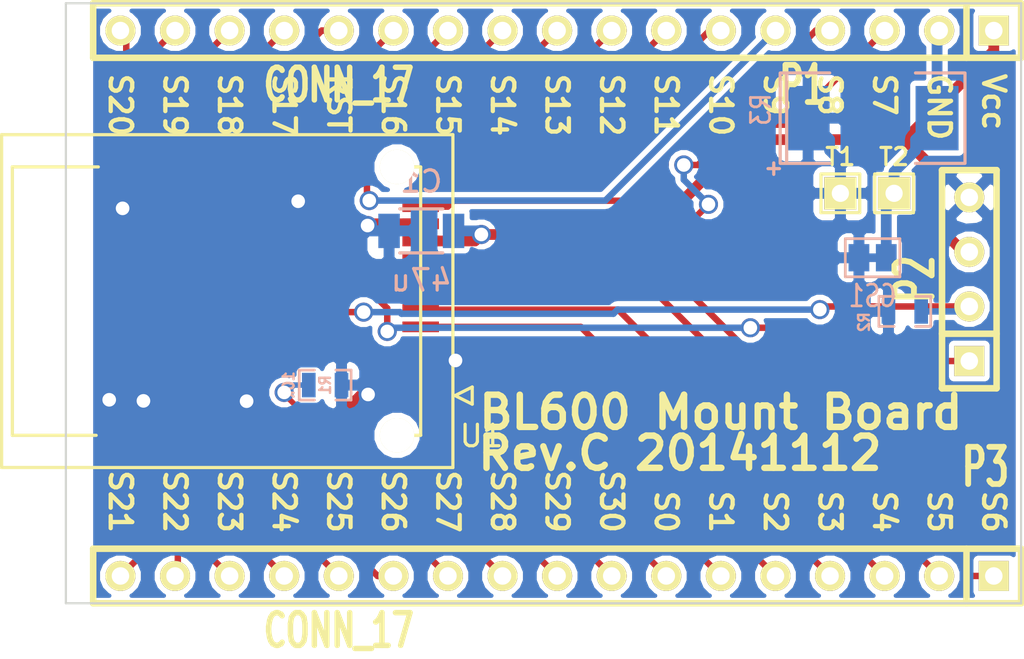
<source format=kicad_pcb>
(kicad_pcb (version 4) (host pcbnew "(2014-10-02 BZR 5162)-product")

  (general
    (links 57)
    (no_connects 0)
    (area 124.409999 57.099999 168.960001 85.140001)
    (thickness 1.6)
    (drawings 40)
    (tracks 207)
    (zones 0)
    (modules 11)
    (nets 37)
  )

  (page A4)
  (layers
    (0 F.Cu signal)
    (31 B.Cu signal)
    (32 B.Adhes user)
    (33 F.Adhes user)
    (34 B.Paste user)
    (35 F.Paste user)
    (36 B.SilkS user)
    (37 F.SilkS user)
    (38 B.Mask user)
    (39 F.Mask user)
    (40 Dwgs.User user)
    (41 Cmts.User user)
    (42 Eco1.User user)
    (43 Eco2.User user)
    (44 Edge.Cuts user)
  )

  (setup
    (last_trace_width 0.3)
    (trace_clearance 0.25)
    (zone_clearance 0.2)
    (zone_45_only no)
    (trace_min 0.254)
    (segment_width 0.2)
    (edge_width 0.1)
    (via_size 0.889)
    (via_drill 0.635)
    (via_min_size 0.889)
    (via_min_drill 0.508)
    (uvia_size 0.508)
    (uvia_drill 0.127)
    (uvias_allowed no)
    (uvia_min_size 0.508)
    (uvia_min_drill 0.127)
    (pcb_text_width 0.3)
    (pcb_text_size 1.5 1.5)
    (mod_edge_width 0.15)
    (mod_text_size 1 1)
    (mod_text_width 0.15)
    (pad_size 1.6 1.6)
    (pad_drill 1.6)
    (pad_to_mask_clearance 0)
    (aux_axis_origin 125.73 85.09)
    (visible_elements 7FFEFFFF)
    (pcbplotparams
      (layerselection 0x010ff_80000001)
      (usegerberextensions true)
      (excludeedgelayer true)
      (linewidth 0.150000)
      (plotframeref false)
      (viasonmask false)
      (mode 1)
      (useauxorigin true)
      (hpglpennumber 1)
      (hpglpenspeed 20)
      (hpglpendiameter 15)
      (hpglpenoverlay 2)
      (psnegative false)
      (psa4output false)
      (plotreference true)
      (plotvalue false)
      (plotinvisibletext false)
      (padsonsilk false)
      (subtractmaskfromsilk false)
      (outputformat 1)
      (mirror false)
      (drillshape 0)
      (scaleselection 1)
      (outputdirectory Gerber/))
  )

  (net 0 "")
  (net 1 /GND_CN)
  (net 2 /SIO_0)
  (net 3 /SIO_1)
  (net 4 /SIO_10)
  (net 5 /SIO_11)
  (net 6 /SIO_12)
  (net 7 /SIO_13)
  (net 8 /SIO_14)
  (net 9 /SIO_15)
  (net 10 /SIO_16)
  (net 11 /SIO_17)
  (net 12 /SIO_18)
  (net 13 /SIO_19)
  (net 14 /SIO_2)
  (net 15 /SIO_20)
  (net 16 /SIO_21)
  (net 17 /SIO_22)
  (net 18 /SIO_23)
  (net 19 /SIO_24)
  (net 20 /SIO_25)
  (net 21 /SIO_26)
  (net 22 /SIO_27)
  (net 23 /SIO_28)
  (net 24 /SIO_29)
  (net 25 /SIO_3)
  (net 26 /SIO_30)
  (net 27 /SIO_4)
  (net 28 /SIO_5)
  (net 29 /SIO_6)
  (net 30 /SIO_7)
  (net 31 /SIO_8)
  (net 32 /SIO_9)
  (net 33 /SWDCLK)
  (net 34 /VCC)
  (net 35 /nRESET)
  (net 36 GND)

  (net_class Default "これは標準のネット クラスです。"
    (clearance 0.25)
    (trace_width 0.3)
    (via_dia 0.889)
    (via_drill 0.635)
    (uvia_dia 0.508)
    (uvia_drill 0.127)
    (add_net /SIO_0)
    (add_net /SIO_1)
    (add_net /SIO_10)
    (add_net /SIO_11)
    (add_net /SIO_12)
    (add_net /SIO_13)
    (add_net /SIO_14)
    (add_net /SIO_15)
    (add_net /SIO_16)
    (add_net /SIO_17)
    (add_net /SIO_18)
    (add_net /SIO_19)
    (add_net /SIO_2)
    (add_net /SIO_20)
    (add_net /SIO_21)
    (add_net /SIO_22)
    (add_net /SIO_23)
    (add_net /SIO_24)
    (add_net /SIO_25)
    (add_net /SIO_26)
    (add_net /SIO_27)
    (add_net /SIO_28)
    (add_net /SIO_29)
    (add_net /SIO_3)
    (add_net /SIO_30)
    (add_net /SIO_4)
    (add_net /SIO_5)
    (add_net /SIO_6)
    (add_net /SIO_7)
    (add_net /SIO_8)
    (add_net /SIO_9)
    (add_net /SWDCLK)
    (add_net /nRESET)
  )

  (net_class Power ""
    (clearance 0.25)
    (trace_width 0.5)
    (via_dia 0.889)
    (via_drill 0.635)
    (uvia_dia 0.508)
    (uvia_drill 0.127)
    (add_net /GND_CN)
    (add_net /VCC)
    (add_net GND)
  )

  (module SM0603_Resistor (layer B.Cu) (tedit 53568E90) (tstamp 53568BA5)
    (at 136.525 74.93)
    (path /534EA13D)
    (attr smd)
    (fp_text reference R1 (at 0 0 270) (layer B.SilkS)
      (effects (font (size 0.50038 0.4572) (thickness 0.1143)) (justify mirror))
    )
    (fp_text value 10k (at -1.69926 0 270) (layer B.SilkS)
      (effects (font (size 0.508 0.4572) (thickness 0.1143)) (justify mirror))
    )
    (fp_line (start -0.50038 0.6985) (end -1.2065 0.6985) (layer B.SilkS) (width 0.127))
    (fp_line (start -1.2065 0.6985) (end -1.2065 -0.6985) (layer B.SilkS) (width 0.127))
    (fp_line (start -1.2065 -0.6985) (end -0.50038 -0.6985) (layer B.SilkS) (width 0.127))
    (fp_line (start 1.2065 0.6985) (end 0.50038 0.6985) (layer B.SilkS) (width 0.127))
    (fp_line (start 1.2065 0.6985) (end 1.2065 -0.6985) (layer B.SilkS) (width 0.127))
    (fp_line (start 1.2065 -0.6985) (end 0.50038 -0.6985) (layer B.SilkS) (width 0.127))
    (pad 1 smd rect (at -0.762 0) (size 0.635 1.143) (layers B.Cu B.Paste B.Mask)
      (net 23 /SIO_28))
    (pad 2 smd rect (at 0.762 0) (size 0.635 1.143) (layers B.Cu B.Paste B.Mask)
      (net 36 GND))
    (model smd\resistors\R0603.wrl
      (at (xyz 0 0 0.001))
      (scale (xyz 0.5 0.5 0.5))
      (rotate (xyz 0 0 0))
    )
  )

  (module SM0603_Resistor (layer B.Cu) (tedit 5357CCA0) (tstamp 53568BB1)
    (at 163.5 71.5 180)
    (path /534EAF5F)
    (attr smd)
    (fp_text reference R2 (at 1.9 -0.5 450) (layer B.SilkS)
      (effects (font (size 0.50038 0.4572) (thickness 0.1143)) (justify mirror))
    )
    (fp_text value 10k (at -1.69926 0 270) (layer B.SilkS) hide
      (effects (font (size 0.508 0.4572) (thickness 0.1143)) (justify mirror))
    )
    (fp_line (start -0.50038 0.6985) (end -1.2065 0.6985) (layer B.SilkS) (width 0.127))
    (fp_line (start -1.2065 0.6985) (end -1.2065 -0.6985) (layer B.SilkS) (width 0.127))
    (fp_line (start -1.2065 -0.6985) (end -0.50038 -0.6985) (layer B.SilkS) (width 0.127))
    (fp_line (start 1.2065 0.6985) (end 0.50038 0.6985) (layer B.SilkS) (width 0.127))
    (fp_line (start 1.2065 0.6985) (end 1.2065 -0.6985) (layer B.SilkS) (width 0.127))
    (fp_line (start 1.2065 -0.6985) (end 0.50038 -0.6985) (layer B.SilkS) (width 0.127))
    (pad 1 smd rect (at -0.762 0 180) (size 0.635 1.143) (layers B.Cu B.Paste B.Mask)
      (net 33 /SWDCLK))
    (pad 2 smd rect (at 0.762 0 180) (size 0.635 1.143) (layers B.Cu B.Paste B.Mask)
      (net 36 GND))
    (model smd\resistors\R0603.wrl
      (at (xyz 0 0 0.001))
      (scale (xyz 0.5 0.5 0.5))
      (rotate (xyz 0 0 0))
    )
  )

  (module SM2512 (layer B.Cu) (tedit 5357CC88) (tstamp 5357B7BF)
    (at 162 62.5)
    (tags "CMS SM")
    (path /534EB128)
    (attr smd)
    (fp_text reference R3 (at -5.2 -0.4 90) (layer B.SilkS)
      (effects (font (size 0.889 0.762) (thickness 0.127)) (justify mirror))
    )
    (fp_text value 10m (at -4.1 2.9 180) (layer B.SilkS) hide
      (effects (font (size 0.889 0.762) (thickness 0.127)) (justify mirror))
    )
    (fp_line (start -3.99956 2.10058) (end -3.99956 -2.10058) (layer B.SilkS) (width 0.14986))
    (fp_text user + (at -4.59994 2.30124) (layer B.SilkS)
      (effects (font (size 0.7 0.7) (thickness 0.15)) (justify mirror))
    )
    (fp_line (start -4.30022 2.10058) (end -4.30022 -2.10058) (layer B.SilkS) (width 0.14986))
    (fp_line (start 4.30022 2.10058) (end 4.30022 -2.10058) (layer B.SilkS) (width 0.14986))
    (fp_line (start 1.99644 -2.10566) (end 4.28244 -2.10566) (layer B.SilkS) (width 0.14986))
    (fp_line (start 4.28244 2.10566) (end 1.99644 2.10566) (layer B.SilkS) (width 0.14986))
    (fp_line (start -1.99898 2.10566) (end -4.28498 2.10566) (layer B.SilkS) (width 0.14986))
    (fp_line (start -4.28244 -2.10566) (end -1.99644 -2.10566) (layer B.SilkS) (width 0.14986))
    (pad 1 smd rect (at -2.99974 0) (size 1.99898 2.99974) (layers B.Cu B.Paste B.Mask)
      (net 36 GND))
    (pad 2 smd rect (at 2.99974 0) (size 1.99898 2.99974) (layers B.Cu B.Paste B.Mask)
      (net 1 /GND_CN))
    (model smd\chip_smd_pol_wide.wrl
      (at (xyz 0 0 0))
      (scale (xyz 0.35 0.35 0.35))
      (rotate (xyz 0 0 0))
    )
  )

  (module Capacitors_SMD:C_1206 (layer B.Cu) (tedit 5415D7BD) (tstamp 54623B10)
    (at 141 67.75 180)
    (descr "Capacitor SMD 1206, reflow soldering, AVX (see smccp.pdf)")
    (tags "capacitor 1206")
    (path /5357D2BF)
    (attr smd)
    (fp_text reference C1 (at 0 2.3 180) (layer B.SilkS)
      (effects (font (size 1 1) (thickness 0.15)) (justify mirror))
    )
    (fp_text value 47u (at 0 -2.3 180) (layer B.SilkS)
      (effects (font (size 1 1) (thickness 0.15)) (justify mirror))
    )
    (fp_line (start -2.3 1.15) (end 2.3 1.15) (layer B.CrtYd) (width 0.05))
    (fp_line (start -2.3 -1.15) (end 2.3 -1.15) (layer B.CrtYd) (width 0.05))
    (fp_line (start -2.3 1.15) (end -2.3 -1.15) (layer B.CrtYd) (width 0.05))
    (fp_line (start 2.3 1.15) (end 2.3 -1.15) (layer B.CrtYd) (width 0.05))
    (fp_line (start 1 1.025) (end -1 1.025) (layer B.SilkS) (width 0.15))
    (fp_line (start -1 -1.025) (end 1 -1.025) (layer B.SilkS) (width 0.15))
    (pad 1 smd rect (at -1.5 0 180) (size 1 1.6) (layers B.Cu B.Paste B.Mask)
      (net 34 /VCC))
    (pad 2 smd rect (at 1.5 0 180) (size 1 1.6) (layers B.Cu B.Paste B.Mask)
      (net 36 GND))
    (model Capacitors_SMD/C_1206N.wrl
      (at (xyz 0 0 0))
      (scale (xyz 1 1 1))
      (rotate (xyz 0 0 0))
    )
  )

  (module BL600:SIL-17 (layer F.Cu) (tedit 53567A15) (tstamp 54623B24)
    (at 146.05 58.42 180)
    (descr "Connecteur 17 pins")
    (tags "CONN DEV")
    (path /534E97B3)
    (fp_text reference P1 (at -12.7 -2.54 180) (layer F.SilkS)
      (effects (font (size 1.72974 1.08712) (thickness 0.27178)))
    )
    (fp_text value CONN_17 (at 8.89 -2.54 180) (layer F.SilkS)
      (effects (font (size 1.524 1.016) (thickness 0.3048)))
    )
    (fp_line (start -22.86 -1.27) (end 20.32 -1.27) (layer F.SilkS) (width 0.3048))
    (fp_line (start 20.32 -1.27) (end 20.32 1.27) (layer F.SilkS) (width 0.3048))
    (fp_line (start 20.32 1.27) (end -22.86 1.27) (layer F.SilkS) (width 0.3048))
    (fp_line (start -22.86 1.27) (end -22.86 -1.27) (layer F.SilkS) (width 0.3048))
    (fp_line (start -20.32 -1.27) (end -20.32 1.27) (layer F.SilkS) (width 0.3048))
    (pad 1 thru_hole rect (at -21.59 0 180) (size 1.397 1.397) (drill 0.8128) (layers *.Cu *.Mask F.SilkS)
      (net 34 /VCC))
    (pad 2 thru_hole circle (at -19.05 0 180) (size 1.397 1.397) (drill 0.8128) (layers *.Cu *.Mask F.SilkS)
      (net 1 /GND_CN))
    (pad 3 thru_hole circle (at -16.51 0 180) (size 1.397 1.397) (drill 0.8128) (layers *.Cu *.Mask F.SilkS)
      (net 30 /SIO_7))
    (pad 4 thru_hole circle (at -13.97 0 180) (size 1.397 1.397) (drill 0.8128) (layers *.Cu *.Mask F.SilkS)
      (net 31 /SIO_8))
    (pad 5 thru_hole circle (at -11.43 0 180) (size 1.397 1.397) (drill 0.8128) (layers *.Cu *.Mask F.SilkS)
      (net 32 /SIO_9))
    (pad 6 thru_hole circle (at -8.89 0 180) (size 1.397 1.397) (drill 0.8128) (layers *.Cu *.Mask F.SilkS)
      (net 4 /SIO_10))
    (pad 7 thru_hole circle (at -6.35 0 180) (size 1.397 1.397) (drill 0.8128) (layers *.Cu *.Mask F.SilkS)
      (net 5 /SIO_11))
    (pad 8 thru_hole circle (at -3.81 0 180) (size 1.397 1.397) (drill 0.8128) (layers *.Cu *.Mask F.SilkS)
      (net 6 /SIO_12))
    (pad 9 thru_hole circle (at -1.27 0 180) (size 1.397 1.397) (drill 0.8128) (layers *.Cu *.Mask F.SilkS)
      (net 7 /SIO_13))
    (pad 10 thru_hole circle (at 1.27 0 180) (size 1.397 1.397) (drill 0.8128) (layers *.Cu *.Mask F.SilkS)
      (net 8 /SIO_14))
    (pad 11 thru_hole circle (at 3.81 0 180) (size 1.397 1.397) (drill 0.8128) (layers *.Cu *.Mask F.SilkS)
      (net 9 /SIO_15))
    (pad 12 thru_hole circle (at 6.35 0 180) (size 1.397 1.397) (drill 0.8128) (layers *.Cu *.Mask F.SilkS)
      (net 10 /SIO_16))
    (pad 13 thru_hole circle (at 8.89 0 180) (size 1.397 1.397) (drill 0.8128) (layers *.Cu *.Mask F.SilkS)
      (net 35 /nRESET))
    (pad 14 thru_hole circle (at 11.43 0 180) (size 1.397 1.397) (drill 0.8128) (layers *.Cu *.Mask F.SilkS)
      (net 11 /SIO_17))
    (pad 15 thru_hole circle (at 13.97 0 180) (size 1.397 1.397) (drill 0.8128) (layers *.Cu *.Mask F.SilkS)
      (net 12 /SIO_18))
    (pad 16 thru_hole circle (at 16.51 0 180) (size 1.397 1.397) (drill 0.8128) (layers *.Cu *.Mask F.SilkS)
      (net 13 /SIO_19))
    (pad 17 thru_hole circle (at 19.05 0 180) (size 1.397 1.397) (drill 0.8128) (layers *.Cu *.Mask F.SilkS)
      (net 15 /SIO_20))
  )

  (module Connect:SIL-4 (layer F.Cu) (tedit 54623A48) (tstamp 54623B3D)
    (at 166.5 70 90)
    (descr "Connecteur 4 pibs")
    (tags "CONN DEV")
    (path /534EA6EF)
    (fp_text reference P2 (at 0 -2.54 90) (layer F.SilkS)
      (effects (font (size 1.73482 1.08712) (thickness 0.3048)))
    )
    (fp_text value CONN_4 (at 0 -2.54 90) (layer F.SilkS) hide
      (effects (font (size 1.524 1.016) (thickness 0.3048)))
    )
    (fp_line (start -5.08 -1.27) (end -5.08 -1.27) (layer F.SilkS) (width 0.3048))
    (fp_line (start -5.08 1.27) (end -5.08 -1.27) (layer F.SilkS) (width 0.3048))
    (fp_line (start -5.08 -1.27) (end -5.08 -1.27) (layer F.SilkS) (width 0.3048))
    (fp_line (start -5.08 -1.27) (end 5.08 -1.27) (layer F.SilkS) (width 0.3048))
    (fp_line (start 5.08 -1.27) (end 5.08 1.27) (layer F.SilkS) (width 0.3048))
    (fp_line (start 5.08 1.27) (end -5.08 1.27) (layer F.SilkS) (width 0.3048))
    (fp_line (start -2.54 1.27) (end -2.54 -1.27) (layer F.SilkS) (width 0.3048))
    (pad 1 thru_hole rect (at -3.81 0 90) (size 1.397 1.397) (drill 0.8128) (layers *.Cu *.Mask F.SilkS)
      (net 35 /nRESET))
    (pad 2 thru_hole circle (at -1.27 0 90) (size 1.397 1.397) (drill 0.8128) (layers *.Cu *.Mask F.SilkS)
      (net 33 /SWDCLK))
    (pad 3 thru_hole circle (at 1.27 0 90) (size 1.397 1.397) (drill 0.8128) (layers *.Cu *.Mask F.SilkS)
      (net 34 /VCC))
    (pad 4 thru_hole circle (at 3.81 0 90) (size 1.397 1.397) (drill 0.8128) (layers *.Cu *.Mask F.SilkS)
      (net 36 GND))
  )

  (module BL600:SIL-17 (layer F.Cu) (tedit 546241D7) (tstamp 54623B4B)
    (at 146.05 83.82 180)
    (descr "Connecteur 17 pins")
    (tags "CONN DEV")
    (path /534E97A1)
    (fp_text reference P3 (at -21.2 5.07 180) (layer F.SilkS)
      (effects (font (size 1.72974 1.08712) (thickness 0.27178)))
    )
    (fp_text value CONN_17 (at 8.89 -2.54 180) (layer F.SilkS)
      (effects (font (size 1.524 1.016) (thickness 0.3048)))
    )
    (fp_line (start -22.86 -1.27) (end 20.32 -1.27) (layer F.SilkS) (width 0.3048))
    (fp_line (start 20.32 -1.27) (end 20.32 1.27) (layer F.SilkS) (width 0.3048))
    (fp_line (start 20.32 1.27) (end -22.86 1.27) (layer F.SilkS) (width 0.3048))
    (fp_line (start -22.86 1.27) (end -22.86 -1.27) (layer F.SilkS) (width 0.3048))
    (fp_line (start -20.32 -1.27) (end -20.32 1.27) (layer F.SilkS) (width 0.3048))
    (pad 1 thru_hole rect (at -21.59 0 180) (size 1.397 1.397) (drill 0.8128) (layers *.Cu *.Mask F.SilkS)
      (net 29 /SIO_6))
    (pad 2 thru_hole circle (at -19.05 0 180) (size 1.397 1.397) (drill 0.8128) (layers *.Cu *.Mask F.SilkS)
      (net 28 /SIO_5))
    (pad 3 thru_hole circle (at -16.51 0 180) (size 1.397 1.397) (drill 0.8128) (layers *.Cu *.Mask F.SilkS)
      (net 27 /SIO_4))
    (pad 4 thru_hole circle (at -13.97 0 180) (size 1.397 1.397) (drill 0.8128) (layers *.Cu *.Mask F.SilkS)
      (net 25 /SIO_3))
    (pad 5 thru_hole circle (at -11.43 0 180) (size 1.397 1.397) (drill 0.8128) (layers *.Cu *.Mask F.SilkS)
      (net 14 /SIO_2))
    (pad 6 thru_hole circle (at -8.89 0 180) (size 1.397 1.397) (drill 0.8128) (layers *.Cu *.Mask F.SilkS)
      (net 3 /SIO_1))
    (pad 7 thru_hole circle (at -6.35 0 180) (size 1.397 1.397) (drill 0.8128) (layers *.Cu *.Mask F.SilkS)
      (net 2 /SIO_0))
    (pad 8 thru_hole circle (at -3.81 0 180) (size 1.397 1.397) (drill 0.8128) (layers *.Cu *.Mask F.SilkS)
      (net 26 /SIO_30))
    (pad 9 thru_hole circle (at -1.27 0 180) (size 1.397 1.397) (drill 0.8128) (layers *.Cu *.Mask F.SilkS)
      (net 24 /SIO_29))
    (pad 10 thru_hole circle (at 1.27 0 180) (size 1.397 1.397) (drill 0.8128) (layers *.Cu *.Mask F.SilkS)
      (net 23 /SIO_28))
    (pad 11 thru_hole circle (at 3.81 0 180) (size 1.397 1.397) (drill 0.8128) (layers *.Cu *.Mask F.SilkS)
      (net 22 /SIO_27))
    (pad 12 thru_hole circle (at 6.35 0 180) (size 1.397 1.397) (drill 0.8128) (layers *.Cu *.Mask F.SilkS)
      (net 21 /SIO_26))
    (pad 13 thru_hole circle (at 8.89 0 180) (size 1.397 1.397) (drill 0.8128) (layers *.Cu *.Mask F.SilkS)
      (net 20 /SIO_25))
    (pad 14 thru_hole circle (at 11.43 0 180) (size 1.397 1.397) (drill 0.8128) (layers *.Cu *.Mask F.SilkS)
      (net 19 /SIO_24))
    (pad 15 thru_hole circle (at 13.97 0 180) (size 1.397 1.397) (drill 0.8128) (layers *.Cu *.Mask F.SilkS)
      (net 18 /SIO_23))
    (pad 16 thru_hole circle (at 16.51 0 180) (size 1.397 1.397) (drill 0.8128) (layers *.Cu *.Mask F.SilkS)
      (net 17 /SIO_22))
    (pad 17 thru_hole circle (at 19.05 0 180) (size 1.397 1.397) (drill 0.8128) (layers *.Cu *.Mask F.SilkS)
      (net 16 /SIO_21))
  )

  (module Connect:SIL-1 (layer F.Cu) (tedit 54623A48) (tstamp 54623B64)
    (at 160.5 66)
    (descr "Connecteurs 1 pin")
    (tags "CONN DEV")
    (path /53567CF2)
    (fp_text reference T1 (at 0 -1.7) (layer F.SilkS)
      (effects (font (size 0.8 0.8) (thickness 0.15)))
    )
    (fp_text value CONN_1 (at 0.1 -1.7) (layer F.SilkS) hide
      (effects (font (size 0.8 0.8) (thickness 0.15)))
    )
    (fp_line (start -0.9 -0.9) (end 0.9 -0.9) (layer F.SilkS) (width 0.15))
    (fp_line (start 0.9 -0.9) (end 0.9 0.9) (layer F.SilkS) (width 0.15))
    (fp_line (start 0.9 0.9) (end -0.9 0.9) (layer F.SilkS) (width 0.15))
    (fp_line (start -0.9 0.9) (end -0.9 -0.9) (layer F.SilkS) (width 0.15))
    (pad 1 thru_hole rect (at 0 0) (size 1.5 1.5) (drill 0.8) (layers *.Cu *.Mask F.SilkS)
      (net 36 GND))
  )

  (module Connect:SIL-1 (layer F.Cu) (tedit 54623A48) (tstamp 54623B6C)
    (at 163 66)
    (descr "Connecteurs 1 pin")
    (tags "CONN DEV")
    (path /53567D18)
    (fp_text reference T2 (at 0 -1.7) (layer F.SilkS)
      (effects (font (size 0.8 0.8) (thickness 0.15)))
    )
    (fp_text value CONN_1 (at 0.1 -1.7) (layer F.SilkS) hide
      (effects (font (size 0.8 0.8) (thickness 0.15)))
    )
    (fp_line (start -0.9 -0.9) (end 0.9 -0.9) (layer F.SilkS) (width 0.15))
    (fp_line (start 0.9 -0.9) (end 0.9 0.9) (layer F.SilkS) (width 0.15))
    (fp_line (start 0.9 0.9) (end -0.9 0.9) (layer F.SilkS) (width 0.15))
    (fp_line (start -0.9 0.9) (end -0.9 -0.9) (layer F.SilkS) (width 0.15))
    (pad 1 thru_hole rect (at 0 0) (size 1.5 1.5) (drill 0.8) (layers *.Cu *.Mask F.SilkS)
      (net 1 /GND_CN))
  )

  (module BL600:BL600 (layer F.Cu) (tedit 54623D0D) (tstamp 53568C02)
    (at 140.97 64.77 180)
    (descr BL600)
    (path /534C1175)
    (fp_text reference U1 (at -2.83 -12.53 180) (layer F.SilkS)
      (effects (font (size 1 1) (thickness 0.15)))
    )
    (fp_text value BL600 (at -4.03 -14.33 180) (layer F.SilkS) hide
      (effects (font (size 1 1) (thickness 0.15)))
    )
    (fp_line (start 15 0) (end 19 0) (layer F.SilkS) (width 0.15))
    (fp_line (start 19 0) (end 19 -12.5) (layer F.SilkS) (width 0.15))
    (fp_line (start 19 -12.5) (end 15.1 -12.5) (layer F.SilkS) (width 0.15))
    (fp_line (start 0 -12.5) (end 0 0) (layer F.SilkS) (width 0.15))
    (fp_line (start 0 0) (end 1.8 0) (layer F.SilkS) (width 0.15))
    (fp_line (start 0 -12.5) (end 1.8 -12.5) (layer F.SilkS) (width 0.15))
    (fp_line (start -1.6 -10.65) (end -2.4 -10.25) (layer F.SilkS) (width 0.15))
    (fp_line (start -2.4 -10.25) (end -2.4 -11.05) (layer F.SilkS) (width 0.15))
    (fp_line (start -2.4 -11.05) (end -1.6 -10.65) (layer F.SilkS) (width 0.15))
    (fp_line (start -1.5 -14) (end 19.5 -14) (layer F.SilkS) (width 0.15))
    (fp_line (start 19.5 -14) (end 19.5 1.5) (layer F.SilkS) (width 0.15))
    (fp_line (start 19.5 1.5) (end -1.5 1.5) (layer F.SilkS) (width 0.15))
    (fp_line (start -1.5 1.5) (end -1.5 -14) (layer F.SilkS) (width 0.15))
    (fp_text user KEEPOUT (at 18 -4 270) (layer F.SilkS) hide
      (effects (font (size 1 1) (thickness 0.15)))
    )
    (fp_text user ANTENA (at 16 -4 270) (layer F.SilkS) hide
      (effects (font (size 1 1) (thickness 0.15)))
    )
    (fp_line (start 15 0) (end 19 -8) (layer Eco1.User) (width 0.15))
    (fp_line (start 15 -8) (end 19 0) (layer Eco1.User) (width 0.15))
    (fp_line (start 19 0) (end 19 -8) (layer Eco1.User) (width 0.15))
    (fp_line (start 19 -8) (end 15 -8) (layer Eco1.User) (width 0.15))
    (fp_line (start 15 -8) (end 15 0) (layer Eco1.User) (width 0.15))
    (fp_line (start 15 0) (end 19 0) (layer Eco1.User) (width 0.15))
    (fp_line (start 0 0) (end 19 0) (layer Dwgs.User) (width 0.15))
    (fp_line (start 19 0) (end 19 -12.5) (layer Dwgs.User) (width 0.15))
    (fp_line (start 19 -12.5) (end 0 -12.5) (layer Dwgs.User) (width 0.15))
    (fp_line (start 0 -12.5) (end 0 0) (layer Dwgs.User) (width 0.15))
    (pad 13 smd rect (at 2.5 0 180) (size 0.5 1.7) (layers F.Cu F.Paste F.Mask)
      (net 32 /SIO_9))
    (pad 14 smd rect (at 3.3 0 180) (size 0.5 1.7) (layers F.Cu F.Paste F.Mask)
      (net 4 /SIO_10))
    (pad 15 smd rect (at 4.1 0 180) (size 0.5 1.7) (layers F.Cu F.Paste F.Mask)
      (net 5 /SIO_11))
    (pad 16 smd rect (at 4.9 0 180) (size 0.5 1.7) (layers F.Cu F.Paste F.Mask)
      (net 6 /SIO_12))
    (pad 17 smd rect (at 5.7 0 180) (size 0.5 1.7) (layers F.Cu F.Paste F.Mask)
      (net 36 GND))
    (pad 18 smd rect (at 6.5 0 180) (size 0.5 1.7) (layers F.Cu F.Paste F.Mask)
      (net 7 /SIO_13))
    (pad 19 smd rect (at 7.3 0 180) (size 0.5 1.7) (layers F.Cu F.Paste F.Mask)
      (net 8 /SIO_14))
    (pad 20 smd rect (at 8.1 0 180) (size 0.5 1.7) (layers F.Cu F.Paste F.Mask)
      (net 9 /SIO_15))
    (pad 21 smd rect (at 8.9 0 180) (size 0.5 1.7) (layers F.Cu F.Paste F.Mask)
      (net 10 /SIO_16))
    (pad 22 smd rect (at 9.7 0 180) (size 0.5 1.7) (layers F.Cu F.Paste F.Mask)
      (net 35 /nRESET))
    (pad 23 smd rect (at 10.5 0 180) (size 0.5 1.7) (layers F.Cu F.Paste F.Mask)
      (net 33 /SWDCLK))
    (pad 24 smd rect (at 11.3 0 180) (size 0.5 1.7) (layers F.Cu F.Paste F.Mask)
      (net 11 /SIO_17))
    (pad 25 smd rect (at 12.1 0 180) (size 0.5 1.7) (layers F.Cu F.Paste F.Mask)
      (net 12 /SIO_18))
    (pad 26 smd rect (at 12.9 0 180) (size 0.5 1.7) (layers F.Cu F.Paste F.Mask)
      (net 13 /SIO_19))
    (pad 27 smd rect (at 13.7 0 180) (size 0.5 1.7) (layers F.Cu F.Paste F.Mask)
      (net 15 /SIO_20))
    (pad 28 smd rect (at 14.5 0 180) (size 0.5 1.7) (layers F.Cu F.Paste F.Mask)
      (net 36 GND))
    (pad 12 smd rect (at 0 -1.85 180) (size 1.7 0.5) (layers F.Cu F.Paste F.Mask)
      (net 31 /SIO_8))
    (pad 1 smd rect (at 0 -10.65 180) (size 1.7 0.5) (layers F.Cu F.Paste F.Mask)
      (net 36 GND))
    (pad 2 smd rect (at 0 -9.85 180) (size 1.7 0.5) (layers F.Cu F.Paste F.Mask)
      (net 3 /SIO_1))
    (pad 3 smd rect (at 0 -9.05 180) (size 1.7 0.5) (layers F.Cu F.Paste F.Mask)
      (net 36 GND))
    (pad 4 smd rect (at 0 -8.25 180) (size 1.7 0.5) (layers F.Cu F.Paste F.Mask)
      (net 14 /SIO_2))
    (pad 5 smd rect (at 0 -7.45 180) (size 1.7 0.5) (layers F.Cu F.Paste F.Mask)
      (net 25 /SIO_3))
    (pad 6 smd rect (at 0 -6.65 180) (size 1.7 0.5) (layers F.Cu F.Paste F.Mask)
      (net 27 /SIO_4))
    (pad 7 smd rect (at 0 -5.85 180) (size 1.7 0.5) (layers F.Cu F.Paste F.Mask)
      (net 28 /SIO_5))
    (pad 8 smd rect (at 0 -5.05 180) (size 1.7 0.5) (layers F.Cu F.Paste F.Mask)
      (net 29 /SIO_6))
    (pad 9 smd rect (at 0 -4.25 180) (size 1.7 0.5) (layers F.Cu F.Paste F.Mask)
      (net 30 /SIO_7))
    (pad 10 smd rect (at 0 -3.45 180) (size 1.7 0.5) (layers F.Cu F.Paste F.Mask)
      (net 34 /VCC))
    (pad 11 smd rect (at 0 -2.65 180) (size 1.7 0.5) (layers F.Cu F.Paste F.Mask)
      (net 36 GND))
    (pad 29 smd rect (at 14.5 -12.5 180) (size 0.5 1.7) (layers F.Cu F.Paste F.Mask)
      (net 36 GND))
    (pad 30 smd rect (at 13.7 -12.5 180) (size 0.5 1.7) (layers F.Cu F.Paste F.Mask))
    (pad 31 smd rect (at 12.9 -12.5 180) (size 0.5 1.7) (layers F.Cu F.Paste F.Mask)
      (net 36 GND))
    (pad 32 smd rect (at 12.1 -12.5 180) (size 0.5 1.7) (layers F.Cu F.Paste F.Mask)
      (net 16 /SIO_21))
    (pad 33 smd rect (at 11.3 -12.5 180) (size 0.5 1.7) (layers F.Cu F.Paste F.Mask)
      (net 17 /SIO_22))
    (pad 34 smd rect (at 10.5 -12.5 180) (size 0.5 1.7) (layers F.Cu F.Paste F.Mask)
      (net 18 /SIO_23))
    (pad 35 smd rect (at 9.7 -12.5 180) (size 0.5 1.7) (layers F.Cu F.Paste F.Mask)
      (net 19 /SIO_24))
    (pad 36 smd rect (at 8.9 -12.5 180) (size 0.5 1.7) (layers F.Cu F.Paste F.Mask)
      (net 20 /SIO_25))
    (pad 37 smd rect (at 8.1 -12.5 180) (size 0.5 1.7) (layers F.Cu F.Paste F.Mask)
      (net 36 GND))
    (pad 38 smd rect (at 7.3 -12.5 180) (size 0.5 1.7) (layers F.Cu F.Paste F.Mask)
      (net 21 /SIO_26))
    (pad 39 smd rect (at 6.5 -12.5 180) (size 0.5 1.7) (layers F.Cu F.Paste F.Mask)
      (net 22 /SIO_27))
    (pad 40 smd rect (at 5.7 -12.5 180) (size 0.5 1.7) (layers F.Cu F.Paste F.Mask)
      (net 23 /SIO_28))
    (pad 41 smd rect (at 4.9 -12.5 180) (size 0.5 1.7) (layers F.Cu F.Paste F.Mask)
      (net 24 /SIO_29))
    (pad 42 smd rect (at 4.1 -12.5 180) (size 0.5 1.7) (layers F.Cu F.Paste F.Mask)
      (net 26 /SIO_30))
    (pad 43 smd rect (at 3.3 -12.5 180) (size 0.5 1.7) (layers F.Cu F.Paste F.Mask)
      (net 36 GND))
    (pad 44 smd rect (at 2.5 -12.5 180) (size 0.5 1.7) (layers F.Cu F.Paste F.Mask)
      (net 2 /SIO_0))
    (pad "" np_thru_hole circle (at 1.1 0 180) (size 1.6 1.6) (drill 1.6) (layers *.Cu *.Mask F.SilkS))
    (pad "" np_thru_hole circle (at 1.1 -12.5 180) (size 1.6 1.6) (drill 1.6) (layers *.Cu *.Mask F.SilkS))
  )

  (module BL600:GS2_CLOSED (layer B.Cu) (tedit 54624329) (tstamp 546243A1)
    (at 162 69 270)
    (descr "Pontet Goute de soudure")
    (path /534EB1AA)
    (attr virtual)
    (fp_text reference GS1 (at 1.778 0 540) (layer B.SilkS)
      (effects (font (size 1.016 0.762) (thickness 0.127)) (justify mirror))
    )
    (fp_text value GS2 (at 1.524 0 540) (layer B.SilkS) hide
      (effects (font (size 0.762 0.762) (thickness 0.127)) (justify mirror))
    )
    (fp_line (start 0 0.6) (end 0 -0.6) (layer B.Cu) (width 0.4))
    (fp_line (start -0.889 1.27) (end -0.889 -1.27) (layer B.SilkS) (width 0.127))
    (fp_line (start 0.889 -1.27) (end 0.889 1.27) (layer B.SilkS) (width 0.127))
    (fp_line (start 0.889 -1.27) (end -0.889 -1.27) (layer B.SilkS) (width 0.127))
    (fp_line (start -0.889 1.27) (end 0.889 1.27) (layer B.SilkS) (width 0.127))
    (pad 1 smd rect (at 0 0.635 270) (size 1.27 0.9652) (layers B.Cu B.Paste B.Mask)
      (net 36 GND))
    (pad 2 smd rect (at 0 -0.635 270) (size 1.27 0.9652) (layers B.Cu B.Paste B.Mask)
      (net 1 /GND_CN))
  )

  (gr_text S21 (at 127 81.915 270) (layer F.SilkS)
    (effects (font (size 1 1) (thickness 0.2)) (justify right))
  )
  (gr_text S22 (at 129.54 81.915 270) (layer F.SilkS)
    (effects (font (size 1 1) (thickness 0.2)) (justify right))
  )
  (gr_text S23 (at 132.08 81.915 270) (layer F.SilkS)
    (effects (font (size 1 1) (thickness 0.2)) (justify right))
  )
  (gr_text S24 (at 134.62 81.915 270) (layer F.SilkS)
    (effects (font (size 1 1) (thickness 0.2)) (justify right))
  )
  (gr_text S25 (at 137.16 81.915 270) (layer F.SilkS)
    (effects (font (size 1 1) (thickness 0.2)) (justify right))
  )
  (gr_text S26 (at 139.7 81.915 270) (layer F.SilkS)
    (effects (font (size 1 1) (thickness 0.2)) (justify right))
  )
  (gr_text S27 (at 142.24 81.915 270) (layer F.SilkS)
    (effects (font (size 1 1) (thickness 0.2)) (justify right))
  )
  (gr_text S28 (at 144.78 81.915 270) (layer F.SilkS)
    (effects (font (size 1 1) (thickness 0.2)) (justify right))
  )
  (gr_text S29 (at 147.32 81.915 270) (layer F.SilkS)
    (effects (font (size 1 1) (thickness 0.2)) (justify right))
  )
  (gr_text S30 (at 149.86 81.915 270) (layer F.SilkS)
    (effects (font (size 1 1) (thickness 0.2)) (justify right))
  )
  (gr_text S0 (at 152.4 81.915 270) (layer F.SilkS)
    (effects (font (size 1 1) (thickness 0.2)) (justify right))
  )
  (gr_text S1 (at 154.94 81.915 270) (layer F.SilkS)
    (effects (font (size 1 1) (thickness 0.2)) (justify right))
  )
  (gr_text S2 (at 157.48 81.915 270) (layer F.SilkS)
    (effects (font (size 1 1) (thickness 0.2)) (justify right))
  )
  (gr_text S3 (at 160.02 81.915 270) (layer F.SilkS)
    (effects (font (size 1 1) (thickness 0.2)) (justify right))
  )
  (gr_text S4 (at 162.56 81.915 270) (layer F.SilkS)
    (effects (font (size 1 1) (thickness 0.2)) (justify right))
  )
  (gr_text S5 (at 165.1 81.915 270) (layer F.SilkS)
    (effects (font (size 1 1) (thickness 0.2)) (justify right))
  )
  (gr_text S6 (at 167.64 81.915 270) (layer F.SilkS)
    (effects (font (size 1 1) (thickness 0.2)) (justify right))
  )
  (gr_text S20 (at 127 60.325 270) (layer F.SilkS)
    (effects (font (size 1 1) (thickness 0.2)) (justify left))
  )
  (gr_text S19 (at 129.54 60.325 270) (layer F.SilkS)
    (effects (font (size 1 1) (thickness 0.2)) (justify left))
  )
  (gr_text S18 (at 132.08 60.325 270) (layer F.SilkS)
    (effects (font (size 1 1) (thickness 0.2)) (justify left))
  )
  (gr_text S17 (at 134.62 60.325 270) (layer F.SilkS)
    (effects (font (size 1 1) (thickness 0.2)) (justify left))
  )
  (gr_text RST (at 137.16 60.325 270) (layer F.SilkS)
    (effects (font (size 1 1) (thickness 0.2)) (justify left))
  )
  (gr_text S16 (at 139.7 60.325 270) (layer F.SilkS)
    (effects (font (size 1 1) (thickness 0.2)) (justify left))
  )
  (gr_text S15 (at 142.24 60.325 270) (layer F.SilkS)
    (effects (font (size 1 1) (thickness 0.2)) (justify left))
  )
  (gr_text S14 (at 144.78 60.325 270) (layer F.SilkS)
    (effects (font (size 1 1) (thickness 0.2)) (justify left))
  )
  (gr_text S13 (at 147.32 60.325 270) (layer F.SilkS)
    (effects (font (size 1 1) (thickness 0.2)) (justify left))
  )
  (gr_text S12 (at 149.86 60.325 270) (layer F.SilkS)
    (effects (font (size 1 1) (thickness 0.2)) (justify left))
  )
  (gr_text S11 (at 152.4 60.325 270) (layer F.SilkS)
    (effects (font (size 1 1) (thickness 0.2)) (justify left))
  )
  (gr_text S10 (at 154.94 60.325 270) (layer F.SilkS)
    (effects (font (size 1 1) (thickness 0.2)) (justify left))
  )
  (gr_text S9 (at 157.48 60.325 270) (layer F.SilkS)
    (effects (font (size 1 1) (thickness 0.2)) (justify left))
  )
  (gr_text S8 (at 160.02 60.325 270) (layer F.SilkS)
    (effects (font (size 1 1) (thickness 0.2)) (justify left))
  )
  (gr_text S7 (at 162.56 60.325 270) (layer F.SilkS)
    (effects (font (size 1 1) (thickness 0.2)) (justify left))
  )
  (gr_text GND (at 165.1 60.325 270) (layer F.SilkS)
    (effects (font (size 1 1) (thickness 0.2)) (justify left))
  )
  (gr_text Vcc (at 167.64 60.325 270) (layer F.SilkS)
    (effects (font (size 1 1) (thickness 0.2)) (justify left))
  )
  (gr_text "Rev.C 20141112" (at 153.035 78.105) (layer F.SilkS)
    (effects (font (size 1.5 1.5) (thickness 0.3)))
  )
  (gr_text "BL600 Mount Board" (at 154.94 76.2) (layer F.SilkS)
    (effects (font (size 1.5 1.5) (thickness 0.3)))
  )
  (gr_line (start 124.46 85.09) (end 124.46 57.15) (angle 90) (layer Edge.Cuts) (width 0.1))
  (gr_line (start 168.91 85.09) (end 124.46 85.09) (angle 90) (layer Edge.Cuts) (width 0.1))
  (gr_line (start 168.91 57.15) (end 168.91 85.09) (angle 90) (layer Edge.Cuts) (width 0.1))
  (gr_line (start 124.46 57.15) (end 168.91 57.15) (angle 90) (layer Edge.Cuts) (width 0.1))

  (segment (start 163 66) (end 162.635 66.365) (width 0.5) (layer B.Cu) (net 1))
  (segment (start 162.635 66.365) (end 162.635 69) (width 0.5) (layer B.Cu) (net 1) (tstamp 5462426C))
  (segment (start 165 58.5203) (end 165 62.5) (width 0.5) (layer B.Cu) (net 1))
  (segment (start 165.1 58.42) (end 165 58.5203) (width 0.5) (layer B.Cu) (net 1))
  (segment (start 165 62.5) (end 165 62.5001) (width 0.5) (layer B.Cu) (net 1))
  (segment (start 165 62.5) (end 165 62.5001) (width 0.5) (layer B.Cu) (net 1))
  (segment (start 165 62.5001) (end 164.5 62.9999) (width 0.5) (layer B.Cu) (net 1))
  (segment (start 163 65) (end 163 66) (width 0.5) (layer B.Cu) (net 1))
  (segment (start 164 64) (end 163 65) (width 0.5) (layer B.Cu) (net 1))
  (segment (start 164 63.4997) (end 164 64) (width 0.5) (layer B.Cu) (net 1))
  (segment (start 164.5 62.9999) (end 164 63.4997) (width 0.5) (layer B.Cu) (net 1))
  (segment (start 164.9997 62.5002) (end 164.9997 62.5) (width 0.5) (layer B.Cu) (net 1))
  (segment (start 164.5 62.9999) (end 164.9997 62.5002) (width 0.5) (layer B.Cu) (net 1))
  (segment (start 138.47 77.27) (end 138.47 78.5203) (width 0.3) (layer F.Cu) (net 2))
  (segment (start 147.1003 78.5203) (end 152.4 83.82) (width 0.3) (layer F.Cu) (net 2))
  (segment (start 138.47 78.5203) (end 147.1003 78.5203) (width 0.3) (layer F.Cu) (net 2))
  (segment (start 145.878 74.7577) (end 154.94 83.82) (width 0.3) (layer F.Cu) (net 3))
  (segment (start 142.358 74.7577) (end 145.878 74.7577) (width 0.3) (layer F.Cu) (net 3))
  (segment (start 142.22 74.62) (end 142.358 74.7577) (width 0.3) (layer F.Cu) (net 3))
  (segment (start 140.97 74.62) (end 142.22 74.62) (width 0.3) (layer F.Cu) (net 3))
  (segment (start 137.67 63.5157) (end 137.67 64.77) (width 0.3) (layer F.Cu) (net 4))
  (segment (start 149.319 63.5157) (end 137.67 63.5157) (width 0.3) (layer F.Cu) (net 4))
  (segment (start 154.414 58.42) (end 149.319 63.5157) (width 0.3) (layer F.Cu) (net 4))
  (segment (start 154.94 58.42) (end 154.414 58.42) (width 0.3) (layer F.Cu) (net 4))
  (segment (start 136.87 63.5157) (end 136.87 64.77) (width 0.3) (layer F.Cu) (net 5))
  (segment (start 137.424 62.9614) (end 136.87 63.5157) (width 0.3) (layer F.Cu) (net 5))
  (segment (start 147.859 62.9614) (end 137.424 62.9614) (width 0.3) (layer F.Cu) (net 5))
  (segment (start 152.4 58.42) (end 147.859 62.9614) (width 0.3) (layer F.Cu) (net 5))
  (segment (start 136.07 63.5157) (end 136.07 64.77) (width 0.3) (layer F.Cu) (net 6))
  (segment (start 137.179 62.4071) (end 136.07 63.5157) (width 0.3) (layer F.Cu) (net 6))
  (segment (start 145.873 62.4071) (end 137.179 62.4071) (width 0.3) (layer F.Cu) (net 6))
  (segment (start 149.86 58.42) (end 145.873 62.4071) (width 0.3) (layer F.Cu) (net 6))
  (segment (start 134.47 63.5157) (end 134.47 64.77) (width 0.3) (layer F.Cu) (net 7))
  (segment (start 136.133 61.8528) (end 134.47 63.5157) (width 0.3) (layer F.Cu) (net 7))
  (segment (start 143.887 61.8528) (end 136.133 61.8528) (width 0.3) (layer F.Cu) (net 7))
  (segment (start 147.32 58.42) (end 143.887 61.8528) (width 0.3) (layer F.Cu) (net 7))
  (segment (start 133.67 63.5157) (end 133.67 64.77) (width 0.3) (layer F.Cu) (net 8))
  (segment (start 135.887 61.2985) (end 133.67 63.5157) (width 0.3) (layer F.Cu) (net 8))
  (segment (start 141.902 61.2985) (end 135.887 61.2985) (width 0.3) (layer F.Cu) (net 8))
  (segment (start 144.78 58.42) (end 141.902 61.2985) (width 0.3) (layer F.Cu) (net 8))
  (segment (start 132.87 63.5157) (end 132.87 64.77) (width 0.3) (layer F.Cu) (net 9))
  (segment (start 135.642 60.7442) (end 132.87 63.5157) (width 0.3) (layer F.Cu) (net 9))
  (segment (start 139.916 60.7442) (end 135.642 60.7442) (width 0.3) (layer F.Cu) (net 9))
  (segment (start 142.24 58.42) (end 139.916 60.7442) (width 0.3) (layer F.Cu) (net 9))
  (segment (start 132.07 63.5157) (end 132.07 64.77) (width 0.3) (layer F.Cu) (net 10))
  (segment (start 135.396 60.1899) (end 132.07 63.5157) (width 0.3) (layer F.Cu) (net 10))
  (segment (start 137.93 60.1899) (end 135.396 60.1899) (width 0.3) (layer F.Cu) (net 10))
  (segment (start 139.7 58.42) (end 137.93 60.1899) (width 0.3) (layer F.Cu) (net 10))
  (segment (start 129.67 63.37) (end 129.67 64.77) (width 0.3) (layer F.Cu) (net 11))
  (segment (start 134.62 58.42) (end 129.67 63.37) (width 0.3) (layer F.Cu) (net 11))
  (segment (start 128.87 61.63) (end 128.87 64.77) (width 0.3) (layer F.Cu) (net 12))
  (segment (start 132.08 58.42) (end 128.87 61.63) (width 0.3) (layer F.Cu) (net 12))
  (segment (start 128.07 59.89) (end 128.07 64.77) (width 0.3) (layer F.Cu) (net 13))
  (segment (start 129.54 58.42) (end 128.07 59.89) (width 0.3) (layer F.Cu) (net 13))
  (segment (start 141.055 72.9354) (end 140.97 73.02) (width 0.3) (layer F.Cu) (net 14))
  (segment (start 146.595 72.9354) (end 141.055 72.9354) (width 0.3) (layer F.Cu) (net 14))
  (segment (start 157.48 83.82) (end 146.595 72.9354) (width 0.3) (layer F.Cu) (net 14))
  (segment (start 127.27 58.69) (end 127.27 64.77) (width 0.3) (layer F.Cu) (net 15))
  (segment (start 127 58.42) (end 127.27 58.69) (width 0.3) (layer F.Cu) (net 15))
  (segment (start 128.87 81.95) (end 128.87 77.27) (width 0.3) (layer F.Cu) (net 16))
  (segment (start 127 83.82) (end 128.87 81.95) (width 0.3) (layer F.Cu) (net 16))
  (segment (start 129.67 83.69) (end 129.67 77.27) (width 0.3) (layer F.Cu) (net 17))
  (segment (start 129.54 83.82) (end 129.67 83.69) (width 0.3) (layer F.Cu) (net 17))
  (segment (start 130.47 82.21) (end 130.47 77.27) (width 0.3) (layer F.Cu) (net 18))
  (segment (start 132.08 83.82) (end 130.47 82.21) (width 0.3) (layer F.Cu) (net 18))
  (segment (start 131.27 80.47) (end 134.62 83.82) (width 0.3) (layer F.Cu) (net 19))
  (segment (start 131.27 77.27) (end 131.27 80.47) (width 0.3) (layer F.Cu) (net 19))
  (segment (start 132.07 78.73) (end 132.07 77.27) (width 0.3) (layer F.Cu) (net 20))
  (segment (start 137.16 83.82) (end 132.07 78.73) (width 0.3) (layer F.Cu) (net 20))
  (segment (start 138.966 83.82) (end 139.7 83.82) (width 0.3) (layer F.Cu) (net 21))
  (segment (start 133.67 78.5243) (end 138.966 83.82) (width 0.3) (layer F.Cu) (net 21))
  (segment (start 133.67 77.27) (end 133.67 78.5243) (width 0.3) (layer F.Cu) (net 21))
  (segment (start 140.119 81.6986) (end 142.24 83.82) (width 0.3) (layer F.Cu) (net 22))
  (segment (start 137.644 81.6986) (end 140.119 81.6986) (width 0.3) (layer F.Cu) (net 22))
  (segment (start 134.47 78.5243) (end 137.644 81.6986) (width 0.3) (layer F.Cu) (net 22))
  (segment (start 134.47 77.27) (end 134.47 78.5243) (width 0.3) (layer F.Cu) (net 22))
  (via (at 134.619 75.2726) (size 0.889) (layers F.Cu B.Cu) (net 23))
  (segment (start 142.104 81.1443) (end 144.78 83.82) (width 0.3) (layer F.Cu) (net 23))
  (segment (start 137.89 81.1443) (end 142.104 81.1443) (width 0.3) (layer F.Cu) (net 23))
  (segment (start 135.27 78.5243) (end 137.89 81.1443) (width 0.3) (layer F.Cu) (net 23))
  (segment (start 135.27 77.27) (end 135.27 78.5243) (width 0.3) (layer F.Cu) (net 23))
  (segment (start 135.27 76) (end 135.27 77.27) (width 0.3) (layer F.Cu) (net 23))
  (segment (start 134.726 75.2726) (end 134.619 75.2726) (width 0.254) (layer B.Cu) (net 23))
  (segment (start 135.068 74.93) (end 134.726 75.2726) (width 0.254) (layer B.Cu) (net 23))
  (segment (start 135.763 74.93) (end 135.068 74.93) (width 0.254) (layer B.Cu) (net 23))
  (segment (start 134.619 75.3491) (end 134.619 75.2726) (width 0.254) (layer F.Cu) (net 23))
  (segment (start 135.27 76) (end 134.619 75.3491) (width 0.254) (layer F.Cu) (net 23))
  (segment (start 136.07 77.27) (end 136.07 78.5203) (width 0.3) (layer F.Cu) (net 24))
  (segment (start 143.418 79.918) (end 147.32 83.82) (width 0.3) (layer F.Cu) (net 24))
  (segment (start 137.4677 79.918) (end 143.418 79.918) (width 0.3) (layer F.Cu) (net 24))
  (segment (start 136.07 78.5203) (end 137.4677 79.918) (width 0.3) (layer F.Cu) (net 24))
  (segment (start 148.42 72.22) (end 160.02 83.82) (width 0.3) (layer F.Cu) (net 25))
  (segment (start 140.97 72.22) (end 148.42 72.22) (width 0.3) (layer F.Cu) (net 25))
  (segment (start 136.87 77.27) (end 136.87 78.5203) (width 0.3) (layer F.Cu) (net 26))
  (segment (start 145.4077 79.3677) (end 149.86 83.82) (width 0.3) (layer F.Cu) (net 26))
  (segment (start 137.7174 79.3677) (end 145.4077 79.3677) (width 0.3) (layer F.Cu) (net 26))
  (segment (start 136.87 78.5203) (end 137.7174 79.3677) (width 0.3) (layer F.Cu) (net 26))
  (segment (start 150.16 71.42) (end 140.97 71.42) (width 0.3) (layer F.Cu) (net 27))
  (segment (start 162.56 83.82) (end 150.16 71.42) (width 0.3) (layer F.Cu) (net 27))
  (segment (start 151.9 70.62) (end 140.97 70.62) (width 0.3) (layer F.Cu) (net 28))
  (segment (start 165.1 83.82) (end 151.9 70.62) (width 0.3) (layer F.Cu) (net 28))
  (segment (start 166.537 83.82) (end 167.64 83.82) (width 0.3) (layer F.Cu) (net 29))
  (segment (start 166.537 83.6822) (end 166.537 83.82) (width 0.3) (layer F.Cu) (net 29))
  (segment (start 152.675 69.82) (end 166.537 83.6822) (width 0.3) (layer F.Cu) (net 29))
  (segment (start 140.97 69.82) (end 152.675 69.82) (width 0.3) (layer F.Cu) (net 29))
  (via (at 153.214 64.6795) (size 0.889) (layers F.Cu B.Cu) (net 30))
  (via (at 154.362 66.5132) (size 0.889) (layers F.Cu B.Cu) (net 30))
  (segment (start 158.176 62.8037) (end 162.56 58.42) (width 0.3) (layer F.Cu) (net 30))
  (segment (start 155.757 62.8037) (end 158.176 62.8037) (width 0.3) (layer F.Cu) (net 30))
  (segment (start 153.881 64.6795) (end 155.757 62.8037) (width 0.3) (layer F.Cu) (net 30))
  (segment (start 153.214 64.6795) (end 153.881 64.6795) (width 0.3) (layer F.Cu) (net 30))
  (segment (start 151.855 69.02) (end 154.362 66.5132) (width 0.3) (layer F.Cu) (net 30))
  (segment (start 140.97 69.02) (end 151.855 69.02) (width 0.3) (layer F.Cu) (net 30))
  (segment (start 153.214 65.366) (end 153.214 64.6795) (width 0.3) (layer B.Cu) (net 30))
  (segment (start 154.362 66.5132) (end 153.214 65.366) (width 0.3) (layer B.Cu) (net 30))
  (segment (start 159.357 58.42) (end 160.02 58.42) (width 0.3) (layer F.Cu) (net 31))
  (segment (start 154.002 63.7743) (end 159.357 58.42) (width 0.3) (layer F.Cu) (net 31))
  (segment (start 152.909 63.7743) (end 154.002 63.7743) (width 0.3) (layer F.Cu) (net 31))
  (segment (start 152.366 64.3175) (end 152.909 63.7743) (width 0.3) (layer F.Cu) (net 31))
  (segment (start 152.366 64.6727) (end 152.366 64.3175) (width 0.3) (layer F.Cu) (net 31))
  (segment (start 150.692 66.3458) (end 152.366 64.6727) (width 0.3) (layer F.Cu) (net 31))
  (segment (start 142.498 66.3458) (end 150.692 66.3458) (width 0.3) (layer F.Cu) (net 31))
  (segment (start 142.224 66.62) (end 142.498 66.3458) (width 0.3) (layer F.Cu) (net 31))
  (segment (start 140.97 66.62) (end 142.224 66.62) (width 0.3) (layer F.Cu) (net 31))
  (via (at 138.5787 66.3377) (size 0.889) (layers F.Cu B.Cu) (net 32))
  (segment (start 149.5623 66.3377) (end 157.48 58.42) (width 0.3) (layer B.Cu) (net 32))
  (segment (start 138.5787 66.3377) (end 149.5623 66.3377) (width 0.3) (layer B.Cu) (net 32))
  (segment (start 138.47 66.229) (end 138.5787 66.3377) (width 0.3) (layer F.Cu) (net 32))
  (segment (start 138.47 64.77) (end 138.47 66.229) (width 0.3) (layer F.Cu) (net 32))
  (via (at 159.545 71.4158) (size 0.889) (layers F.Cu B.Cu) (net 33))
  (via (at 138.316 71.5332) (size 0.889) (layers F.Cu B.Cu) (net 33))
  (segment (start 166.27 71.5) (end 166.5 71.27) (width 0.3) (layer B.Cu) (net 33))
  (segment (start 164.262 71.5) (end 166.27 71.5) (width 0.3) (layer B.Cu) (net 33))
  (segment (start 159.691 71.27) (end 159.545 71.4158) (width 0.3) (layer F.Cu) (net 33))
  (segment (start 166.5 71.27) (end 159.691 71.27) (width 0.3) (layer F.Cu) (net 33))
  (segment (start 140.007 71.5332) (end 138.316 71.5332) (width 0.3) (layer B.Cu) (net 33))
  (segment (start 140.082 71.6081) (end 140.007 71.5332) (width 0.3) (layer B.Cu) (net 33))
  (segment (start 149.94 71.6081) (end 140.082 71.6081) (width 0.3) (layer B.Cu) (net 33))
  (segment (start 150.132 71.4158) (end 149.94 71.6081) (width 0.3) (layer B.Cu) (net 33))
  (segment (start 159.545 71.4158) (end 150.132 71.4158) (width 0.3) (layer B.Cu) (net 33))
  (segment (start 135.985 71.5332) (end 138.316 71.5332) (width 0.3) (layer F.Cu) (net 33))
  (segment (start 130.47 66.0185) (end 135.985 71.5332) (width 0.3) (layer F.Cu) (net 33))
  (segment (start 130.47 64.77) (end 130.47 66.0185) (width 0.3) (layer F.Cu) (net 33))
  (via (at 143.794 67.9175) (size 0.889) (layers F.Cu B.Cu) (net 34))
  (segment (start 167.64 59.36) (end 163.5 63.5) (width 0.5) (layer F.Cu) (net 34))
  (segment (start 167.64 58.42) (end 167.64 59.36) (width 0.5) (layer F.Cu) (net 34))
  (segment (start 166.23 68.73) (end 166.5 68.73) (width 0.5) (layer F.Cu) (net 34))
  (segment (start 165 67.5) (end 166.23 68.73) (width 0.5) (layer F.Cu) (net 34))
  (segment (start 165 65) (end 165 67.5) (width 0.5) (layer F.Cu) (net 34))
  (segment (start 163.5 63.5) (end 165 65) (width 0.5) (layer F.Cu) (net 34))
  (segment (start 143.6265 67.75) (end 143.794 67.9175) (width 0.5) (layer B.Cu) (net 34))
  (segment (start 142.5 67.75) (end 143.6265 67.75) (width 0.5) (layer B.Cu) (net 34))
  (segment (start 143.4915 68.22) (end 143.794 67.9175) (width 0.5) (layer F.Cu) (net 34))
  (segment (start 140.97 68.22) (end 143.4915 68.22) (width 0.5) (layer F.Cu) (net 34))
  (segment (start 151.5825 67.9175) (end 143.794 67.9175) (width 0.5) (layer F.Cu) (net 34))
  (segment (start 156 63.5) (end 151.5825 67.9175) (width 0.5) (layer F.Cu) (net 34))
  (segment (start 163.5 63.5) (end 156 63.5) (width 0.5) (layer F.Cu) (net 34))
  (via (at 156.312 72.2607) (size 0.889) (layers F.Cu B.Cu) (net 35))
  (via (at 139.415 72.4319) (size 0.889) (layers F.Cu B.Cu) (net 35))
  (segment (start 136.366 58.42) (end 137.16 58.42) (width 0.3) (layer F.Cu) (net 35))
  (segment (start 131.27 63.5157) (end 136.366 58.42) (width 0.3) (layer F.Cu) (net 35))
  (segment (start 131.27 64.77) (end 131.27 63.5157) (width 0.3) (layer F.Cu) (net 35))
  (segment (start 157.841 72.2607) (end 156.312 72.2607) (width 0.3) (layer F.Cu) (net 35))
  (segment (start 159.39 73.81) (end 157.841 72.2607) (width 0.3) (layer F.Cu) (net 35))
  (segment (start 166.5 73.81) (end 159.39 73.81) (width 0.3) (layer F.Cu) (net 35))
  (segment (start 139.586 72.2607) (end 139.415 72.4319) (width 0.3) (layer B.Cu) (net 35))
  (segment (start 156.312 72.2607) (end 139.586 72.2607) (width 0.3) (layer B.Cu) (net 35))
  (segment (start 131.27 66.0203) (end 131.27 64.77) (width 0.3) (layer F.Cu) (net 35))
  (segment (start 133.08 67.8306) (end 131.27 66.0203) (width 0.3) (layer F.Cu) (net 35))
  (segment (start 135.891 67.8306) (end 133.08 67.8306) (width 0.3) (layer F.Cu) (net 35))
  (segment (start 139.415 71.3552) (end 135.891 67.8306) (width 0.3) (layer F.Cu) (net 35))
  (segment (start 139.415 72.4319) (end 139.415 71.3552) (width 0.3) (layer F.Cu) (net 35))
  (segment (start 161.365 69) (end 159.75 69) (width 0.5) (layer B.Cu) (net 36))
  (segment (start 160.5 67.25) (end 160.5 66) (width 0.5) (layer B.Cu) (net 36) (tstamp 546243AD))
  (segment (start 159.75 68) (end 160.5 67.25) (width 0.5) (layer B.Cu) (net 36) (tstamp 546243AC))
  (segment (start 159.75 69) (end 159.75 68) (width 0.5) (layer B.Cu) (net 36) (tstamp 546243AB))
  (via (at 138.5 67.5) (size 0.889) (layers F.Cu B.Cu) (net 36))
  (via (at 135.27 66.3702) (size 0.889) (layers F.Cu B.Cu) (net 36))
  (via (at 142.591 73.7842) (size 0.889) (layers F.Cu B.Cu) (net 36))
  (via (at 126.477 75.6157) (size 0.889) (layers F.Cu B.Cu) (net 36))
  (via (at 128.07 75.6661) (size 0.889) (layers F.Cu B.Cu) (net 36))
  (via (at 132.87 75.6802) (size 0.889) (layers F.Cu B.Cu) (net 36))
  (via (at 138.524 75.3682) (size 0.889) (layers F.Cu B.Cu) (net 36))
  (via (at 127.1 66.7) (size 0.889) (layers F.Cu B.Cu) (net 36))
  (segment (start 138.58 67.42) (end 138.5 67.5) (width 0.5) (layer F.Cu) (net 36))
  (segment (start 140.97 67.42) (end 138.58 67.42) (width 0.5) (layer F.Cu) (net 36))
  (segment (start 138.75 67.75) (end 139.5 67.75) (width 0.5) (layer B.Cu) (net 36))
  (segment (start 138.5 67.5) (end 138.75 67.75) (width 0.5) (layer B.Cu) (net 36))
  (segment (start 126.47 75.6231) (end 126.477 75.6157) (width 0.5) (layer F.Cu) (net 36))
  (segment (start 126.47 77.27) (end 126.47 75.6231) (width 0.5) (layer F.Cu) (net 36))
  (segment (start 135.27 66.3702) (end 135.27 64.77) (width 0.5) (layer F.Cu) (net 36))
  (segment (start 142.324 73.82) (end 140.97 73.82) (width 0.5) (layer F.Cu) (net 36))
  (segment (start 142.36 73.7842) (end 142.324 73.82) (width 0.5) (layer F.Cu) (net 36))
  (segment (start 142.591 73.7842) (end 142.36 73.7842) (width 0.5) (layer F.Cu) (net 36))
  (segment (start 128.07 75.6661) (end 128.07 77.27) (width 0.5) (layer F.Cu) (net 36))
  (segment (start 132.87 75.6802) (end 132.87 77.27) (width 0.5) (layer F.Cu) (net 36))
  (segment (start 160.5 64.5) (end 160.5 66) (width 0.5) (layer B.Cu) (net 36))
  (segment (start 160 64) (end 160.5 64.5) (width 0.5) (layer B.Cu) (net 36))
  (segment (start 160 63.4997) (end 160 64) (width 0.5) (layer B.Cu) (net 36))
  (segment (start 159 62.5) (end 160 63.4997) (width 0.5) (layer B.Cu) (net 36))
  (segment (start 126.47 66.07) (end 127.1 66.7) (width 0.5) (layer F.Cu) (net 36))
  (segment (start 126.47 64.77) (end 126.47 66.07) (width 0.5) (layer F.Cu) (net 36))
  (segment (start 138.17 75.42) (end 138.524 75.42) (width 0.5) (layer F.Cu) (net 36))
  (segment (start 137.67 75.9197) (end 138.17 75.42) (width 0.5) (layer F.Cu) (net 36))
  (segment (start 137.67 77.27) (end 137.67 75.9197) (width 0.5) (layer F.Cu) (net 36))
  (segment (start 140.97 75.42) (end 138.524 75.42) (width 0.5) (layer F.Cu) (net 36))
  (segment (start 138.524 75.42) (end 138.524 75.3682) (width 0.5) (layer F.Cu) (net 36))

  (zone (net 36) (net_name GND) (layer B.Cu) (tstamp 53569BEC) (hatch edge 0.508)
    (connect_pads (clearance 0.2))
    (min_thickness 0.2)
    (fill yes (arc_segments 16) (thermal_gap 0.508) (thermal_bridge_width 0.508))
    (polygon
      (pts
        (xy 125.73 57.15) (xy 168.91 57.15) (xy 168.91 85.09) (xy 125.73 85.09)
      )
    )
    (filled_polygon
      (pts
        (xy 168.56 82.848025) (xy 168.536759 82.824785) (xy 168.40812 82.7715) (xy 168.268881 82.7715) (xy 167.822556 82.7715)
        (xy 167.822556 66.349141) (xy 167.782783 65.830908) (xy 167.660981 65.536852) (xy 167.436213 65.471576) (xy 167.218424 65.689365)
        (xy 167.218424 65.253787) (xy 167.153148 65.029019) (xy 166.659141 64.867444) (xy 166.140908 64.907217) (xy 165.846852 65.029019)
        (xy 165.781576 65.253787) (xy 166.5 65.972211) (xy 167.218424 65.253787) (xy 167.218424 65.689365) (xy 166.717789 66.19)
        (xy 167.436213 66.908424) (xy 167.660981 66.843148) (xy 167.822556 66.349141) (xy 167.822556 82.7715) (xy 167.548681 82.7715)
        (xy 167.548681 71.062356) (xy 167.548681 68.522356) (xy 167.389393 68.136849) (xy 167.218424 67.965581) (xy 167.218424 67.126213)
        (xy 166.5 66.407789) (xy 166.282211 66.625578) (xy 166.282211 66.19) (xy 165.563787 65.471576) (xy 165.339019 65.536852)
        (xy 165.177444 66.030859) (xy 165.217217 66.549092) (xy 165.339019 66.843148) (xy 165.563787 66.908424) (xy 166.282211 66.19)
        (xy 166.282211 66.625578) (xy 165.781576 67.126213) (xy 165.846852 67.350981) (xy 166.340859 67.512556) (xy 166.859092 67.472783)
        (xy 167.153148 67.350981) (xy 167.218424 67.126213) (xy 167.218424 67.965581) (xy 167.094703 67.841644) (xy 166.709474 67.681683)
        (xy 166.292356 67.681319) (xy 165.906849 67.840607) (xy 165.611644 68.135297) (xy 165.451683 68.520526) (xy 165.451319 68.937644)
        (xy 165.610607 69.323151) (xy 165.905297 69.618356) (xy 166.290526 69.778317) (xy 166.707644 69.778681) (xy 167.093151 69.619393)
        (xy 167.388356 69.324703) (xy 167.548317 68.939474) (xy 167.548681 68.522356) (xy 167.548681 71.062356) (xy 167.389393 70.676849)
        (xy 167.094703 70.381644) (xy 166.709474 70.221683) (xy 166.292356 70.221319) (xy 165.906849 70.380607) (xy 165.611644 70.675297)
        (xy 165.476815 71) (xy 164.9295 71) (xy 164.9295 70.858881) (xy 164.876216 70.730241) (xy 164.777759 70.631785)
        (xy 164.64912 70.5785) (xy 164.509881 70.5785) (xy 163.874881 70.5785) (xy 163.746241 70.631784) (xy 163.647785 70.730241)
        (xy 163.639628 70.749931) (xy 163.570938 70.584096) (xy 163.399905 70.413063) (xy 163.176439 70.3205) (xy 163.044 70.3205)
        (xy 162.892 70.4725) (xy 162.892 71.346) (xy 162.912 71.346) (xy 162.912 71.654) (xy 162.892 71.654)
        (xy 162.892 72.5275) (xy 163.044 72.6795) (xy 163.176439 72.6795) (xy 163.399905 72.586937) (xy 163.570938 72.415904)
        (xy 163.639628 72.250069) (xy 163.647784 72.269759) (xy 163.746241 72.368215) (xy 163.87488 72.4215) (xy 164.014119 72.4215)
        (xy 164.649119 72.4215) (xy 164.777759 72.368216) (xy 164.876215 72.269759) (xy 164.9295 72.14112) (xy 164.9295 72.001881)
        (xy 164.9295 72) (xy 165.747217 72) (xy 165.905297 72.158356) (xy 166.290526 72.318317) (xy 166.707644 72.318681)
        (xy 167.093151 72.159393) (xy 167.388356 71.864703) (xy 167.548317 71.479474) (xy 167.548681 71.062356) (xy 167.548681 82.7715)
        (xy 167.5485 82.7715) (xy 167.5485 74.57812) (xy 167.5485 74.438881) (xy 167.5485 73.041881) (xy 167.495216 72.913241)
        (xy 167.396759 72.814785) (xy 167.26812 72.7615) (xy 167.128881 72.7615) (xy 165.731881 72.7615) (xy 165.603241 72.814784)
        (xy 165.504785 72.913241) (xy 165.4515 73.04188) (xy 165.4515 73.181119) (xy 165.4515 74.578119) (xy 165.504784 74.706759)
        (xy 165.603241 74.805215) (xy 165.73188 74.8585) (xy 165.871119 74.8585) (xy 167.268119 74.8585) (xy 167.396759 74.805216)
        (xy 167.495215 74.706759) (xy 167.5485 74.57812) (xy 167.5485 82.7715) (xy 166.871881 82.7715) (xy 166.743241 82.824784)
        (xy 166.644785 82.923241) (xy 166.5915 83.05188) (xy 166.5915 83.191119) (xy 166.5915 84.588119) (xy 166.644784 84.716759)
        (xy 166.668025 84.74) (xy 165.619076 84.74) (xy 165.693151 84.709393) (xy 165.988356 84.414703) (xy 166.148317 84.029474)
        (xy 166.148681 83.612356) (xy 165.989393 83.226849) (xy 165.694703 82.931644) (xy 165.309474 82.771683) (xy 164.892356 82.771319)
        (xy 164.506849 82.930607) (xy 164.211644 83.225297) (xy 164.051683 83.610526) (xy 164.051319 84.027644) (xy 164.210607 84.413151)
        (xy 164.505297 84.708356) (xy 164.581504 84.74) (xy 163.079076 84.74) (xy 163.153151 84.709393) (xy 163.448356 84.414703)
        (xy 163.608317 84.029474) (xy 163.608681 83.612356) (xy 163.449393 83.226849) (xy 163.154703 82.931644) (xy 162.769474 82.771683)
        (xy 162.584 82.771521) (xy 162.584 72.5275) (xy 162.584 71.654) (xy 162.584 71.346) (xy 162.584 70.4725)
        (xy 162.432 70.3205) (xy 162.299561 70.3205) (xy 162.076095 70.413063) (xy 161.905062 70.584096) (xy 161.8125 70.807562)
        (xy 161.8125 71.049439) (xy 161.8125 71.194) (xy 161.9645 71.346) (xy 162.584 71.346) (xy 162.584 71.654)
        (xy 161.9645 71.654) (xy 161.8125 71.806) (xy 161.8125 71.950561) (xy 161.8125 72.192438) (xy 161.905062 72.415904)
        (xy 162.076095 72.586937) (xy 162.299561 72.6795) (xy 162.432 72.6795) (xy 162.584 72.5275) (xy 162.584 82.771521)
        (xy 162.352356 82.771319) (xy 161.966849 82.930607) (xy 161.671644 83.225297) (xy 161.511683 83.610526) (xy 161.511319 84.027644)
        (xy 161.670607 84.413151) (xy 161.965297 84.708356) (xy 162.041504 84.74) (xy 160.539076 84.74) (xy 160.613151 84.709393)
        (xy 160.908356 84.414703) (xy 161.068317 84.029474) (xy 161.068681 83.612356) (xy 160.909393 83.226849) (xy 160.614703 82.931644)
        (xy 160.339637 82.817426) (xy 160.339637 71.258458) (xy 160.218937 70.96634) (xy 159.995636 70.742649) (xy 159.703729 70.621438)
        (xy 159.387658 70.621163) (xy 159.09554 70.741863) (xy 158.921299 70.9158) (xy 158.84626 70.9158) (xy 158.84626 64.45587)
        (xy 158.84626 62.654) (xy 158.84626 62.346) (xy 158.84626 60.54413) (xy 158.69426 60.39213) (xy 157.879831 60.39213)
        (xy 157.656365 60.484693) (xy 157.485332 60.655726) (xy 157.39277 60.879192) (xy 157.39277 61.121069) (xy 157.39277 62.194)
        (xy 157.54477 62.346) (xy 158.84626 62.346) (xy 158.84626 62.654) (xy 157.54477 62.654) (xy 157.39277 62.806)
        (xy 157.39277 63.878931) (xy 157.39277 64.120808) (xy 157.485332 64.344274) (xy 157.656365 64.515307) (xy 157.879831 64.60787)
        (xy 158.69426 64.60787) (xy 158.84626 64.45587) (xy 158.84626 70.9158) (xy 155.156637 70.9158) (xy 155.156637 66.355858)
        (xy 155.035937 66.06374) (xy 154.812636 65.840049) (xy 154.520729 65.718838) (xy 154.274222 65.718623) (xy 153.786185 65.230925)
        (xy 153.887151 65.130136) (xy 154.008362 64.838229) (xy 154.008637 64.522158) (xy 153.887937 64.23004) (xy 153.664636 64.006349)
        (xy 153.372729 63.885138) (xy 153.056658 63.884863) (xy 152.76454 64.005563) (xy 152.540849 64.228864) (xy 152.419638 64.520771)
        (xy 152.419363 64.836842) (xy 152.540063 65.12896) (xy 152.714 65.3032) (xy 152.714 65.366) (xy 152.714017 65.366089)
        (xy 152.714001 65.366174) (xy 152.732684 65.459934) (xy 152.75206 65.557342) (xy 152.752109 65.557416) (xy 152.752127 65.557503)
        (xy 152.806639 65.639024) (xy 152.860447 65.719553) (xy 152.860519 65.719601) (xy 152.86057 65.719677) (xy 153.567575 66.426189)
        (xy 153.567363 66.670542) (xy 153.688063 66.96266) (xy 153.911364 67.186351) (xy 154.203271 67.307562) (xy 154.519342 67.307837)
        (xy 154.81146 67.187137) (xy 155.035151 66.963836) (xy 155.156362 66.671929) (xy 155.156637 66.355858) (xy 155.156637 70.9158)
        (xy 150.132 70.9158) (xy 150.131802 70.915839) (xy 150.13161 70.915801) (xy 150.037075 70.934681) (xy 149.940658 70.95386)
        (xy 149.940491 70.953971) (xy 149.940298 70.95401) (xy 149.859694 71.007958) (xy 149.778447 71.062247) (xy 149.778336 71.062412)
        (xy 149.778171 71.062523) (xy 149.732665 71.1081) (xy 140.608 71.1081) (xy 140.608 68.670938) (xy 140.608 68.429061)
        (xy 140.608 68.056) (xy 140.456 67.904) (xy 139.654 67.904) (xy 139.654 69.006) (xy 139.806 69.158)
        (xy 140.120939 69.158) (xy 140.344405 69.065437) (xy 140.515438 68.894404) (xy 140.608 68.670938) (xy 140.608 71.1081)
        (xy 140.253476 71.1081) (xy 140.198342 71.07126) (xy 140.198175 71.071226) (xy 140.198033 71.071132) (xy 140.102992 71.052293)
        (xy 140.007 71.0332) (xy 139.346 71.0332) (xy 139.346 69.006) (xy 139.346 67.904) (xy 138.544 67.904)
        (xy 138.392 68.056) (xy 138.392 68.429061) (xy 138.392 68.670938) (xy 138.484562 68.894404) (xy 138.655595 69.065437)
        (xy 138.879061 69.158) (xy 139.194 69.158) (xy 139.346 69.006) (xy 139.346 71.0332) (xy 138.939485 71.0332)
        (xy 138.766636 70.860049) (xy 138.474729 70.738838) (xy 138.158658 70.738563) (xy 137.86654 70.859263) (xy 137.642849 71.082564)
        (xy 137.521638 71.374471) (xy 137.521363 71.690542) (xy 137.642063 71.98266) (xy 137.865364 72.206351) (xy 138.157271 72.327562)
        (xy 138.473342 72.327837) (xy 138.623743 72.265692) (xy 138.620638 72.273171) (xy 138.620363 72.589242) (xy 138.741063 72.88136)
        (xy 138.964364 73.105051) (xy 139.256271 73.226262) (xy 139.572342 73.226537) (xy 139.86446 73.105837) (xy 140.088151 72.882536)
        (xy 140.138741 72.7607) (xy 155.688514 72.7607) (xy 155.861364 72.933851) (xy 156.153271 73.055062) (xy 156.469342 73.055337)
        (xy 156.76146 72.934637) (xy 156.985151 72.711336) (xy 157.106362 72.419429) (xy 157.106637 72.103358) (xy 157.02914 71.9158)
        (xy 158.921514 71.9158) (xy 159.094364 72.088951) (xy 159.386271 72.210162) (xy 159.702342 72.210437) (xy 159.99446 72.089737)
        (xy 160.218151 71.866436) (xy 160.339362 71.574529) (xy 160.339637 71.258458) (xy 160.339637 82.817426) (xy 160.229474 82.771683)
        (xy 159.812356 82.771319) (xy 159.426849 82.930607) (xy 159.131644 83.225297) (xy 158.971683 83.610526) (xy 158.971319 84.027644)
        (xy 159.130607 84.413151) (xy 159.425297 84.708356) (xy 159.501504 84.74) (xy 157.999076 84.74) (xy 158.073151 84.709393)
        (xy 158.368356 84.414703) (xy 158.528317 84.029474) (xy 158.528681 83.612356) (xy 158.369393 83.226849) (xy 158.074703 82.931644)
        (xy 157.689474 82.771683) (xy 157.272356 82.771319) (xy 156.886849 82.930607) (xy 156.591644 83.225297) (xy 156.431683 83.610526)
        (xy 156.431319 84.027644) (xy 156.590607 84.413151) (xy 156.885297 84.708356) (xy 156.961504 84.74) (xy 155.459076 84.74)
        (xy 155.533151 84.709393) (xy 155.828356 84.414703) (xy 155.988317 84.029474) (xy 155.988681 83.612356) (xy 155.829393 83.226849)
        (xy 155.534703 82.931644) (xy 155.149474 82.771683) (xy 154.732356 82.771319) (xy 154.346849 82.930607) (xy 154.051644 83.225297)
        (xy 153.891683 83.610526) (xy 153.891319 84.027644) (xy 154.050607 84.413151) (xy 154.345297 84.708356) (xy 154.421504 84.74)
        (xy 152.919076 84.74) (xy 152.993151 84.709393) (xy 153.288356 84.414703) (xy 153.448317 84.029474) (xy 153.448681 83.612356)
        (xy 153.289393 83.226849) (xy 152.994703 82.931644) (xy 152.609474 82.771683) (xy 152.192356 82.771319) (xy 151.806849 82.930607)
        (xy 151.511644 83.225297) (xy 151.351683 83.610526) (xy 151.351319 84.027644) (xy 151.510607 84.413151) (xy 151.805297 84.708356)
        (xy 151.881504 84.74) (xy 150.379076 84.74) (xy 150.453151 84.709393) (xy 150.748356 84.414703) (xy 150.908317 84.029474)
        (xy 150.908681 83.612356) (xy 150.749393 83.226849) (xy 150.454703 82.931644) (xy 150.069474 82.771683) (xy 149.652356 82.771319)
        (xy 149.266849 82.930607) (xy 148.971644 83.225297) (xy 148.811683 83.610526) (xy 148.811319 84.027644) (xy 148.970607 84.413151)
        (xy 149.265297 84.708356) (xy 149.341504 84.74) (xy 147.839076 84.74) (xy 147.913151 84.709393) (xy 148.208356 84.414703)
        (xy 148.368317 84.029474) (xy 148.368681 83.612356) (xy 148.209393 83.226849) (xy 147.914703 82.931644) (xy 147.529474 82.771683)
        (xy 147.112356 82.771319) (xy 146.726849 82.930607) (xy 146.431644 83.225297) (xy 146.271683 83.610526) (xy 146.271319 84.027644)
        (xy 146.430607 84.413151) (xy 146.725297 84.708356) (xy 146.801504 84.74) (xy 145.299076 84.74) (xy 145.373151 84.709393)
        (xy 145.668356 84.414703) (xy 145.828317 84.029474) (xy 145.828681 83.612356) (xy 145.669393 83.226849) (xy 145.374703 82.931644)
        (xy 144.989474 82.771683) (xy 144.572356 82.771319) (xy 144.186849 82.930607) (xy 143.891644 83.225297) (xy 143.731683 83.610526)
        (xy 143.731319 84.027644) (xy 143.890607 84.413151) (xy 144.185297 84.708356) (xy 144.261504 84.74) (xy 142.759076 84.74)
        (xy 142.833151 84.709393) (xy 143.128356 84.414703) (xy 143.288317 84.029474) (xy 143.288681 83.612356) (xy 143.129393 83.226849)
        (xy 142.834703 82.931644) (xy 142.449474 82.771683) (xy 142.032356 82.771319) (xy 141.646849 82.930607) (xy 141.351644 83.225297)
        (xy 141.191683 83.610526) (xy 141.191319 84.027644) (xy 141.350607 84.413151) (xy 141.645297 84.708356) (xy 141.721504 84.74)
        (xy 141.020199 84.74) (xy 141.020199 77.042254) (xy 140.845491 76.619428) (xy 140.522273 76.295646) (xy 140.099753 76.1202)
        (xy 139.642254 76.119801) (xy 139.219428 76.294509) (xy 138.895646 76.617727) (xy 138.7202 77.040247) (xy 138.719801 77.497746)
        (xy 138.894509 77.920572) (xy 139.217727 78.244354) (xy 139.640247 78.4198) (xy 140.097746 78.420199) (xy 140.520572 78.245491)
        (xy 140.844354 77.922273) (xy 141.0198 77.499753) (xy 141.020199 77.042254) (xy 141.020199 84.74) (xy 140.219076 84.74)
        (xy 140.293151 84.709393) (xy 140.588356 84.414703) (xy 140.748317 84.029474) (xy 140.748681 83.612356) (xy 140.589393 83.226849)
        (xy 140.294703 82.931644) (xy 139.909474 82.771683) (xy 139.492356 82.771319) (xy 139.106849 82.930607) (xy 138.811644 83.225297)
        (xy 138.651683 83.610526) (xy 138.651319 84.027644) (xy 138.810607 84.413151) (xy 139.105297 84.708356) (xy 139.181504 84.74)
        (xy 138.2125 84.74) (xy 138.2125 75.622438) (xy 138.2125 75.380561) (xy 138.2125 75.236) (xy 138.2125 74.624)
        (xy 138.2125 74.479439) (xy 138.2125 74.237562) (xy 138.119938 74.014096) (xy 137.948905 73.843063) (xy 137.725439 73.7505)
        (xy 137.593 73.7505) (xy 137.441 73.9025) (xy 137.441 74.776) (xy 138.0605 74.776) (xy 138.2125 74.624)
        (xy 138.2125 75.236) (xy 138.0605 75.084) (xy 137.441 75.084) (xy 137.441 75.9575) (xy 137.593 76.1095)
        (xy 137.725439 76.1095) (xy 137.948905 76.016937) (xy 138.119938 75.845904) (xy 138.2125 75.622438) (xy 138.2125 84.74)
        (xy 137.679076 84.74) (xy 137.753151 84.709393) (xy 138.048356 84.414703) (xy 138.208317 84.029474) (xy 138.208681 83.612356)
        (xy 138.049393 83.226849) (xy 137.754703 82.931644) (xy 137.369474 82.771683) (xy 137.133 82.771476) (xy 137.133 75.9575)
        (xy 137.133 75.084) (xy 137.113 75.084) (xy 137.113 74.776) (xy 137.133 74.776) (xy 137.133 73.9025)
        (xy 136.981 73.7505) (xy 136.848561 73.7505) (xy 136.625095 73.843063) (xy 136.454062 74.014096) (xy 136.385371 74.17993)
        (xy 136.377216 74.160241) (xy 136.278759 74.061785) (xy 136.15012 74.0085) (xy 136.010881 74.0085) (xy 135.375881 74.0085)
        (xy 135.247241 74.061784) (xy 135.148785 74.160241) (xy 135.0955 74.28888) (xy 135.0955 74.428119) (xy 135.0955 74.453)
        (xy 135.068 74.453) (xy 135.067791 74.453041) (xy 135.067582 74.453) (xy 134.976806 74.471139) (xy 134.88546 74.489309)
        (xy 134.885281 74.489428) (xy 134.885073 74.48947) (xy 134.854334 74.510047) (xy 134.777729 74.478238) (xy 134.461658 74.477963)
        (xy 134.16954 74.598663) (xy 133.945849 74.821964) (xy 133.824638 75.113871) (xy 133.824363 75.429942) (xy 133.945063 75.72206)
        (xy 134.168364 75.945751) (xy 134.460271 76.066962) (xy 134.776342 76.067237) (xy 135.06846 75.946537) (xy 135.232154 75.783128)
        (xy 135.247241 75.798215) (xy 135.37588 75.8515) (xy 135.515119 75.8515) (xy 136.150119 75.8515) (xy 136.278759 75.798216)
        (xy 136.377215 75.699759) (xy 136.385371 75.680068) (xy 136.454062 75.845904) (xy 136.625095 76.016937) (xy 136.848561 76.1095)
        (xy 136.981 76.1095) (xy 137.133 75.9575) (xy 137.133 82.771476) (xy 136.952356 82.771319) (xy 136.566849 82.930607)
        (xy 136.271644 83.225297) (xy 136.111683 83.610526) (xy 136.111319 84.027644) (xy 136.270607 84.413151) (xy 136.565297 84.708356)
        (xy 136.641504 84.74) (xy 135.139076 84.74) (xy 135.213151 84.709393) (xy 135.508356 84.414703) (xy 135.668317 84.029474)
        (xy 135.668681 83.612356) (xy 135.509393 83.226849) (xy 135.214703 82.931644) (xy 134.829474 82.771683) (xy 134.412356 82.771319)
        (xy 134.026849 82.930607) (xy 133.731644 83.225297) (xy 133.571683 83.610526) (xy 133.571319 84.027644) (xy 133.730607 84.413151)
        (xy 134.025297 84.708356) (xy 134.101504 84.74) (xy 132.599076 84.74) (xy 132.673151 84.709393) (xy 132.968356 84.414703)
        (xy 133.128317 84.029474) (xy 133.128681 83.612356) (xy 132.969393 83.226849) (xy 132.674703 82.931644) (xy 132.289474 82.771683)
        (xy 131.872356 82.771319) (xy 131.486849 82.930607) (xy 131.191644 83.225297) (xy 131.031683 83.610526) (xy 131.031319 84.027644)
        (xy 131.190607 84.413151) (xy 131.485297 84.708356) (xy 131.561504 84.74) (xy 130.059076 84.74) (xy 130.133151 84.709393)
        (xy 130.428356 84.414703) (xy 130.588317 84.029474) (xy 130.588681 83.612356) (xy 130.429393 83.226849) (xy 130.134703 82.931644)
        (xy 129.749474 82.771683) (xy 129.332356 82.771319) (xy 128.946849 82.930607) (xy 128.651644 83.225297) (xy 128.491683 83.610526)
        (xy 128.491319 84.027644) (xy 128.650607 84.413151) (xy 128.945297 84.708356) (xy 129.021504 84.74) (xy 127.519076 84.74)
        (xy 127.593151 84.709393) (xy 127.888356 84.414703) (xy 128.048317 84.029474) (xy 128.048681 83.612356) (xy 127.889393 83.226849)
        (xy 127.594703 82.931644) (xy 127.209474 82.771683) (xy 126.792356 82.771319) (xy 126.406849 82.930607) (xy 126.111644 83.225297)
        (xy 125.951683 83.610526) (xy 125.951319 84.027644) (xy 126.110607 84.413151) (xy 126.405297 84.708356) (xy 126.481504 84.74)
        (xy 125.83 84.74) (xy 125.83 57.5) (xy 126.480923 57.5) (xy 126.406849 57.530607) (xy 126.111644 57.825297)
        (xy 125.951683 58.210526) (xy 125.951319 58.627644) (xy 126.110607 59.013151) (xy 126.405297 59.308356) (xy 126.790526 59.468317)
        (xy 127.207644 59.468681) (xy 127.593151 59.309393) (xy 127.888356 59.014703) (xy 128.048317 58.629474) (xy 128.048681 58.212356)
        (xy 127.889393 57.826849) (xy 127.594703 57.531644) (xy 127.518495 57.5) (xy 129.020923 57.5) (xy 128.946849 57.530607)
        (xy 128.651644 57.825297) (xy 128.491683 58.210526) (xy 128.491319 58.627644) (xy 128.650607 59.013151) (xy 128.945297 59.308356)
        (xy 129.330526 59.468317) (xy 129.747644 59.468681) (xy 130.133151 59.309393) (xy 130.428356 59.014703) (xy 130.588317 58.629474)
        (xy 130.588681 58.212356) (xy 130.429393 57.826849) (xy 130.134703 57.531644) (xy 130.058495 57.5) (xy 131.560923 57.5)
        (xy 131.486849 57.530607) (xy 131.191644 57.825297) (xy 131.031683 58.210526) (xy 131.031319 58.627644) (xy 131.190607 59.013151)
        (xy 131.485297 59.308356) (xy 131.870526 59.468317) (xy 132.287644 59.468681) (xy 132.673151 59.309393) (xy 132.968356 59.014703)
        (xy 133.128317 58.629474) (xy 133.128681 58.212356) (xy 132.969393 57.826849) (xy 132.674703 57.531644) (xy 132.598495 57.5)
        (xy 134.100923 57.5) (xy 134.026849 57.530607) (xy 133.731644 57.825297) (xy 133.571683 58.210526) (xy 133.571319 58.627644)
        (xy 133.730607 59.013151) (xy 134.025297 59.308356) (xy 134.410526 59.468317) (xy 134.827644 59.468681) (xy 135.213151 59.309393)
        (xy 135.508356 59.014703) (xy 135.668317 58.629474) (xy 135.668681 58.212356) (xy 135.509393 57.826849) (xy 135.214703 57.531644)
        (xy 135.138495 57.5) (xy 136.640923 57.5) (xy 136.566849 57.530607) (xy 136.271644 57.825297) (xy 136.111683 58.210526)
        (xy 136.111319 58.627644) (xy 136.270607 59.013151) (xy 136.565297 59.308356) (xy 136.950526 59.468317) (xy 137.367644 59.468681)
        (xy 137.753151 59.309393) (xy 138.048356 59.014703) (xy 138.208317 58.629474) (xy 138.208681 58.212356) (xy 138.049393 57.826849)
        (xy 137.754703 57.531644) (xy 137.678495 57.5) (xy 139.180923 57.5) (xy 139.106849 57.530607) (xy 138.811644 57.825297)
        (xy 138.651683 58.210526) (xy 138.651319 58.627644) (xy 138.810607 59.013151) (xy 139.105297 59.308356) (xy 139.490526 59.468317)
        (xy 139.907644 59.468681) (xy 140.293151 59.309393) (xy 140.588356 59.014703) (xy 140.748317 58.629474) (xy 140.748681 58.212356)
        (xy 140.589393 57.826849) (xy 140.294703 57.531644) (xy 140.218495 57.5) (xy 141.720923 57.5) (xy 141.646849 57.530607)
        (xy 141.351644 57.825297) (xy 141.191683 58.210526) (xy 141.191319 58.627644) (xy 141.350607 59.013151) (xy 141.645297 59.308356)
        (xy 142.030526 59.468317) (xy 142.447644 59.468681) (xy 142.833151 59.309393) (xy 143.128356 59.014703) (xy 143.288317 58.629474)
        (xy 143.288681 58.212356) (xy 143.129393 57.826849) (xy 142.834703 57.531644) (xy 142.758495 57.5) (xy 144.260923 57.5)
        (xy 144.186849 57.530607) (xy 143.891644 57.825297) (xy 143.731683 58.210526) (xy 143.731319 58.627644) (xy 143.890607 59.013151)
        (xy 144.185297 59.308356) (xy 144.570526 59.468317) (xy 144.987644 59.468681) (xy 145.373151 59.309393) (xy 145.668356 59.014703)
        (xy 145.828317 58.629474) (xy 145.828681 58.212356) (xy 145.669393 57.826849) (xy 145.374703 57.531644) (xy 145.298495 57.5)
        (xy 146.800923 57.5) (xy 146.726849 57.530607) (xy 146.431644 57.825297) (xy 146.271683 58.210526) (xy 146.271319 58.627644)
        (xy 146.430607 59.013151) (xy 146.725297 59.308356) (xy 147.110526 59.468317) (xy 147.527644 59.468681) (xy 147.913151 59.309393)
        (xy 148.208356 59.014703) (xy 148.368317 58.629474) (xy 148.368681 58.212356) (xy 148.209393 57.826849) (xy 147.914703 57.531644)
        (xy 147.838495 57.5) (xy 149.340923 57.5) (xy 149.266849 57.530607) (xy 148.971644 57.825297) (xy 148.811683 58.210526)
        (xy 148.811319 58.627644) (xy 148.970607 59.013151) (xy 149.265297 59.308356) (xy 149.650526 59.468317) (xy 150.067644 59.468681)
        (xy 150.453151 59.309393) (xy 150.748356 59.014703) (xy 150.908317 58.629474) (xy 150.908681 58.212356) (xy 150.749393 57.826849)
        (xy 150.454703 57.531644) (xy 150.378495 57.5) (xy 151.880923 57.5) (xy 151.806849 57.530607) (xy 151.511644 57.825297)
        (xy 151.351683 58.210526) (xy 151.351319 58.627644) (xy 151.510607 59.013151) (xy 151.805297 59.308356) (xy 152.190526 59.468317)
        (xy 152.607644 59.468681) (xy 152.993151 59.309393) (xy 153.288356 59.014703) (xy 153.448317 58.629474) (xy 153.448681 58.212356)
        (xy 153.289393 57.826849) (xy 152.994703 57.531644) (xy 152.918495 57.5) (xy 154.420923 57.5) (xy 154.346849 57.530607)
        (xy 154.051644 57.825297) (xy 153.891683 58.210526) (xy 153.891319 58.627644) (xy 154.050607 59.013151) (xy 154.345297 59.308356)
        (xy 154.730526 59.468317) (xy 155.147644 59.468681) (xy 155.533151 59.309393) (xy 155.828356 59.014703) (xy 155.988317 58.629474)
        (xy 155.988681 58.212356) (xy 155.829393 57.826849) (xy 155.534703 57.531644) (xy 155.458495 57.5) (xy 156.960923 57.5)
        (xy 156.886849 57.530607) (xy 156.591644 57.825297) (xy 156.431683 58.210526) (xy 156.431319 58.627644) (xy 156.470477 58.722415)
        (xy 149.355193 65.8377) (xy 140.297408 65.8377) (xy 140.520572 65.745491) (xy 140.844354 65.422273) (xy 141.0198 64.999753)
        (xy 141.020199 64.542254) (xy 140.845491 64.119428) (xy 140.522273 63.795646) (xy 140.099753 63.6202) (xy 139.642254 63.619801)
        (xy 139.219428 63.794509) (xy 138.895646 64.117727) (xy 138.7202 64.540247) (xy 138.719801 64.997746) (xy 138.894509 65.420572)
        (xy 139.217727 65.744354) (xy 139.442528 65.8377) (xy 139.202185 65.8377) (xy 139.029336 65.664549) (xy 138.737429 65.543338)
        (xy 138.421358 65.543063) (xy 138.12924 65.663763) (xy 137.905549 65.887064) (xy 137.784338 66.178971) (xy 137.784063 66.495042)
        (xy 137.904763 66.78716) (xy 138.128064 67.010851) (xy 138.392 67.120447) (xy 138.392 67.444) (xy 138.544 67.596)
        (xy 139.346 67.596) (xy 139.346 67.576) (xy 139.654 67.576) (xy 139.654 67.596) (xy 140.456 67.596)
        (xy 140.608 67.444) (xy 140.608 67.070939) (xy 140.608 66.8377) (xy 141.667678 66.8377) (xy 141.65 66.88038)
        (xy 141.65 67.019619) (xy 141.65 68.619619) (xy 141.703284 68.748259) (xy 141.801741 68.846715) (xy 141.93038 68.9)
        (xy 142.069619 68.9) (xy 143.069619 68.9) (xy 143.198259 68.846716) (xy 143.296715 68.748259) (xy 143.35 68.61962)
        (xy 143.35 68.593406) (xy 143.635271 68.711862) (xy 143.951342 68.712137) (xy 144.24346 68.591437) (xy 144.467151 68.368136)
        (xy 144.588362 68.076229) (xy 144.588637 67.760158) (xy 144.467937 67.46804) (xy 144.244636 67.244349) (xy 143.952729 67.123138)
        (xy 143.636658 67.122863) (xy 143.570981 67.15) (xy 143.35 67.15) (xy 143.35 66.880381) (xy 143.332321 66.8377)
        (xy 149.5623 66.8377) (xy 149.5623 66.837699) (xy 149.753642 66.79964) (xy 149.915853 66.691253) (xy 157.177441 59.429665)
        (xy 157.270526 59.468317) (xy 157.687644 59.468681) (xy 158.073151 59.309393) (xy 158.368356 59.014703) (xy 158.528317 58.629474)
        (xy 158.528681 58.212356) (xy 158.369393 57.826849) (xy 158.074703 57.531644) (xy 157.998495 57.5) (xy 159.500923 57.5)
        (xy 159.426849 57.530607) (xy 159.131644 57.825297) (xy 158.971683 58.210526) (xy 158.971319 58.627644) (xy 159.130607 59.013151)
        (xy 159.425297 59.308356) (xy 159.810526 59.468317) (xy 160.227644 59.468681) (xy 160.613151 59.309393) (xy 160.908356 59.014703)
        (xy 161.068317 58.629474) (xy 161.068681 58.212356) (xy 160.909393 57.826849) (xy 160.614703 57.531644) (xy 160.538495 57.5)
        (xy 162.040923 57.5) (xy 161.966849 57.530607) (xy 161.671644 57.825297) (xy 161.511683 58.210526) (xy 161.511319 58.627644)
        (xy 161.670607 59.013151) (xy 161.965297 59.308356) (xy 162.350526 59.468317) (xy 162.767644 59.468681) (xy 163.153151 59.309393)
        (xy 163.448356 59.014703) (xy 163.608317 58.629474) (xy 163.608681 58.212356) (xy 163.449393 57.826849) (xy 163.154703 57.531644)
        (xy 163.078495 57.5) (xy 164.580923 57.5) (xy 164.506849 57.530607) (xy 164.211644 57.825297) (xy 164.051683 58.210526)
        (xy 164.051319 58.627644) (xy 164.210607 59.013151) (xy 164.4 59.202874) (xy 164.4 60.65013) (xy 163.930631 60.65013)
        (xy 163.801991 60.703414) (xy 163.703535 60.801871) (xy 163.65025 60.93051) (xy 163.65025 61.069749) (xy 163.65025 63.000951)
        (xy 163.575821 63.075351) (xy 163.575786 63.075401) (xy 163.575736 63.075436) (xy 163.510727 63.172728) (xy 163.445718 63.269979)
        (xy 163.445706 63.270039) (xy 163.445672 63.27009) (xy 163.422834 63.384903) (xy 163.4 63.49958) (xy 163.400011 63.49964)
        (xy 163.4 63.4997) (xy 163.4 63.751472) (xy 162.575736 64.575736) (xy 162.445672 64.77039) (xy 162.419891 64.9)
        (xy 162.180381 64.9) (xy 162.051741 64.953284) (xy 161.953285 65.051741) (xy 161.9 65.18038) (xy 161.9 65.319619)
        (xy 161.9 66.819619) (xy 161.953284 66.948259) (xy 162.035 67.029974) (xy 162.035 67.784529) (xy 161.968538 67.757)
        (xy 161.858 67.757) (xy 161.858 66.870938) (xy 161.858 66.629061) (xy 161.858 66.306) (xy 161.858 65.694)
        (xy 161.858 65.370939) (xy 161.858 65.129062) (xy 161.765438 64.905596) (xy 161.594405 64.734563) (xy 161.370939 64.642)
        (xy 160.806 64.642) (xy 160.654 64.794) (xy 160.654 65.846) (xy 161.706 65.846) (xy 161.858 65.694)
        (xy 161.858 66.306) (xy 161.706 66.154) (xy 160.654 66.154) (xy 160.654 67.206) (xy 160.806 67.358)
        (xy 161.370939 67.358) (xy 161.594405 67.265437) (xy 161.765438 67.094404) (xy 161.858 66.870938) (xy 161.858 67.757)
        (xy 161.726661 67.757) (xy 161.671 67.757) (xy 161.519 67.909) (xy 161.519 68.5) (xy 161.4 68.5)
        (xy 161.211 68.537594) (xy 161.211 67.909) (xy 161.059 67.757) (xy 161.003339 67.757) (xy 160.761462 67.757)
        (xy 160.60775 67.820669) (xy 160.60775 64.120808) (xy 160.60775 63.878931) (xy 160.60775 62.806) (xy 160.60775 62.194)
        (xy 160.60775 61.121069) (xy 160.60775 60.879192) (xy 160.515188 60.655726) (xy 160.344155 60.484693) (xy 160.120689 60.39213)
        (xy 159.30626 60.39213) (xy 159.15426 60.54413) (xy 159.15426 62.346) (xy 160.45575 62.346) (xy 160.60775 62.194)
        (xy 160.60775 62.806) (xy 160.45575 62.654) (xy 159.15426 62.654) (xy 159.15426 64.45587) (xy 159.30626 64.60787)
        (xy 160.120689 64.60787) (xy 160.344155 64.515307) (xy 160.515188 64.344274) (xy 160.60775 64.120808) (xy 160.60775 67.820669)
        (xy 160.537996 67.849562) (xy 160.366963 68.020595) (xy 160.346 68.071203) (xy 160.346 67.206) (xy 160.346 66.154)
        (xy 160.346 65.846) (xy 160.346 64.794) (xy 160.194 64.642) (xy 159.629061 64.642) (xy 159.405595 64.734563)
        (xy 159.234562 64.905596) (xy 159.142 65.129062) (xy 159.142 65.370939) (xy 159.142 65.694) (xy 159.294 65.846)
        (xy 160.346 65.846) (xy 160.346 66.154) (xy 159.294 66.154) (xy 159.142 66.306) (xy 159.142 66.629061)
        (xy 159.142 66.870938) (xy 159.234562 67.094404) (xy 159.405595 67.265437) (xy 159.629061 67.358) (xy 160.194 67.358)
        (xy 160.346 67.206) (xy 160.346 68.071203) (xy 160.2744 68.244061) (xy 160.2744 68.694) (xy 160.4264 68.846)
        (xy 160.930632 68.846) (xy 160.9 69) (xy 160.930632 69.154) (xy 160.4264 69.154) (xy 160.2744 69.306)
        (xy 160.2744 69.755939) (xy 160.366963 69.979405) (xy 160.537996 70.150438) (xy 160.761462 70.243) (xy 161.003339 70.243)
        (xy 161.059 70.243) (xy 161.211 70.091) (xy 161.211 69.462405) (xy 161.4 69.5) (xy 161.519 69.5)
        (xy 161.519 70.091) (xy 161.671 70.243) (xy 161.726661 70.243) (xy 161.968538 70.243) (xy 162.192004 70.150438)
        (xy 162.357442 69.985) (xy 163.187219 69.985) (xy 163.315859 69.931716) (xy 163.414315 69.833259) (xy 163.4676 69.70462)
        (xy 163.4676 69.565381) (xy 163.4676 68.295381) (xy 163.414316 68.166741) (xy 163.315859 68.068285) (xy 163.235 68.034791)
        (xy 163.235 67.1) (xy 163.819619 67.1) (xy 163.948259 67.046716) (xy 164.046715 66.948259) (xy 164.1 66.81962)
        (xy 164.1 66.680381) (xy 164.1 65.180381) (xy 164.046716 65.051741) (xy 163.948259 64.953285) (xy 163.910771 64.937756)
        (xy 164.424264 64.424264) (xy 164.473972 64.34987) (xy 166.068849 64.34987) (xy 166.197489 64.296586) (xy 166.295945 64.198129)
        (xy 166.34923 64.06949) (xy 166.34923 63.930251) (xy 166.34923 60.930511) (xy 166.295946 60.801871) (xy 166.197489 60.703415)
        (xy 166.06885 60.65013) (xy 165.929611 60.65013) (xy 165.6 60.65013) (xy 165.6 59.347882) (xy 165.693151 59.309393)
        (xy 165.988356 59.014703) (xy 166.148317 58.629474) (xy 166.148681 58.212356) (xy 165.989393 57.826849) (xy 165.694703 57.531644)
        (xy 165.618495 57.5) (xy 166.668025 57.5) (xy 166.644785 57.523241) (xy 166.5915 57.65188) (xy 166.5915 57.791119)
        (xy 166.5915 59.188119) (xy 166.644784 59.316759) (xy 166.743241 59.415215) (xy 166.87188 59.4685) (xy 167.011119 59.4685)
        (xy 168.408119 59.4685) (xy 168.536759 59.415216) (xy 168.56 59.391974) (xy 168.56 82.848025)
      )
    )
  )
  (zone (net 0) (net_name "") (layer F.Cu) (tstamp 5357B675) (hatch edge 0.508)
    (connect_pads (clearance 0.2))
    (min_thickness 0.2)
    (keepout (tracks not_allowed) (vias not_allowed) (copperpour allowed))
    (fill (arc_segments 16) (thermal_gap 0.508) (thermal_bridge_width 0.508))
    (polygon
      (pts
        (xy 121.975 64.87) (xy 125.975 64.845) (xy 125.975 72.87) (xy 121.975 72.87)
      )
    )
  )
  (zone (net 0) (net_name "") (layer B.Cu) (tstamp 5357B69F) (hatch edge 0.508)
    (connect_pads (clearance 0.2))
    (min_thickness 0.2)
    (keepout (tracks not_allowed) (vias not_allowed) (copperpour allowed))
    (fill (arc_segments 16) (thermal_gap 0.508) (thermal_bridge_width 0.508))
    (polygon
      (pts
        (xy 121.8 64.77) (xy 125.9 64.77) (xy 125.9 72.77) (xy 121.8 72.77)
      )
    )
  )
)

</source>
